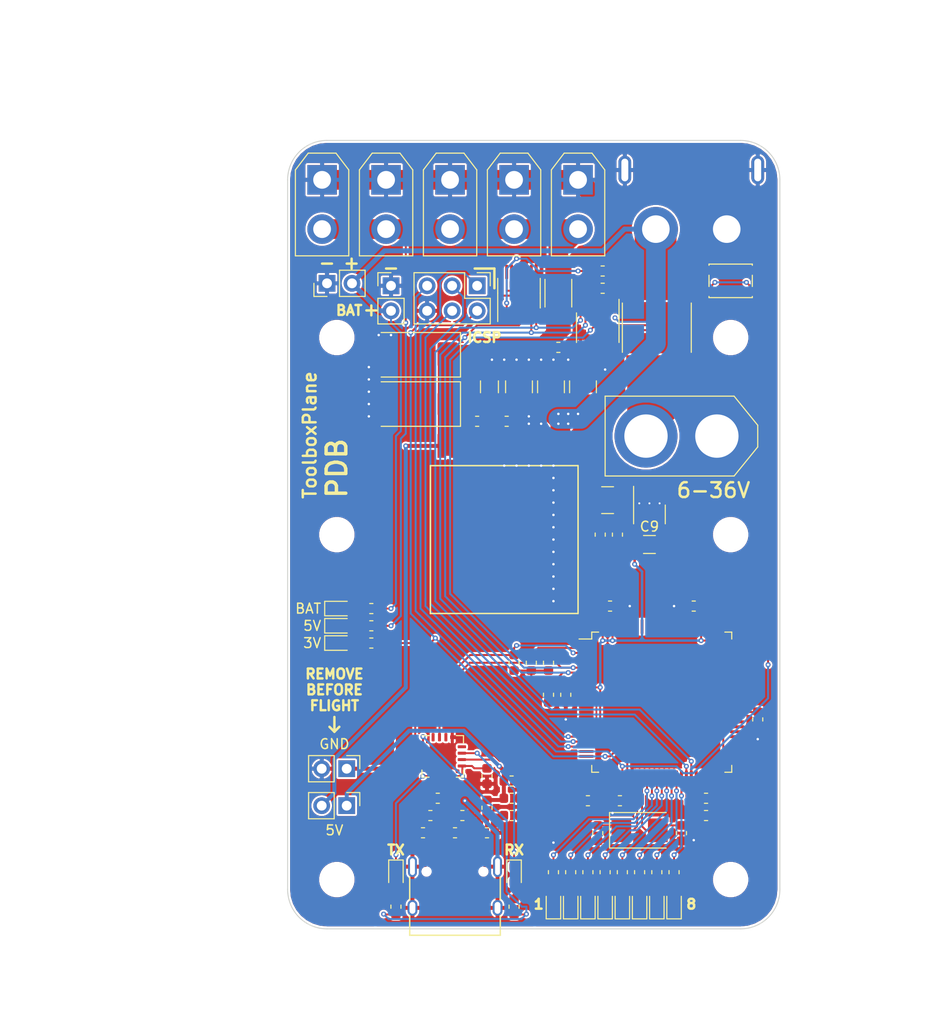
<source format=kicad_pcb>
(kicad_pcb (version 20171130) (host pcbnew 5.1.0-060a0da~80~ubuntu18.04.1)
  (layers (0 F.Cu signal) (31 B.Cu signal) (34 B.Paste user) (35 F.Paste user) (36 B.SilkS user) (37 F.SilkS user) (38 B.Mask user) (39 F.Mask user) (44 Edge.Cuts user))
  (net 0 "")
  (net 1 GND)
  (net 2 +3V3)
  (net 3 /BAT/VBATIN)
  (net 4 "Net-(C2-Pad1)")
  (net 5 GNDS)
  (net 6 "Net-(D1-Pad2)")
  (net 7 "Net-(D2-Pad2)")
  (net 8 "Net-(D3-Pad2)")
  (net 9 "Net-(D4-Pad2)")
  (net 10 "Net-(D5-Pad2)")
  (net 11 "Net-(D6-Pad2)")
  (net 12 /ATMega/MISO)
  (net 13 /ATMega/SCK)
  (net 14 /ATMega/MOSI)
  (net 15 /ATMega/~RESET~)
  (net 16 "Net-(R6-Pad1)")
  (net 17 /SDA)
  (net 18 /SCL)
  (net 19 /~ALERT_VBAT~)
  (net 20 /~ALERT_+5V~)
  (net 21 +5V)
  (net 22 /TX)
  (net 23 /RX)
  (net 24 "Net-(C1-Pad1)")
  (net 25 VBUS)
  (net 26 /FT230/5VOUT)
  (net 27 "Net-(D7-Pad2)")
  (net 28 "Net-(D8-Pad2)")
  (net 29 "Net-(D9-Pad2)")
  (net 30 "Net-(D10-Pad2)")
  (net 31 "Net-(R7-Pad1)")
  (net 32 "Net-(R8-Pad1)")
  (net 33 "Net-(R9-Pad1)")
  (net 34 "Net-(R10-Pad1)")
  (net 35 "Net-(R24-Pad1)")
  (net 36 "Net-(R25-Pad1)")
  (net 37 +BATT)
  (net 38 "Net-(J11-PadA5)")
  (net 39 "Net-(J11-PadB5)")
  (net 40 "Net-(D11-Pad2)")
  (net 41 "Net-(D12-Pad2)")
  (net 42 "Net-(D13-Pad2)")
  (net 43 /5V/5VIN)
  (net 44 "Net-(C11-Pad1)")
  (net 45 "Net-(C12-Pad1)")
  (net 46 "Net-(C16-Pad1)")
  (net 47 "Net-(D12-Pad1)")
  (net 48 "Net-(D13-Pad1)")
  (net 49 "Net-(R11-Pad1)")
  (net 50 "Net-(R12-Pad1)")
  (net 51 "Net-(R13-Pad1)")
  (net 52 "Net-(R19-Pad2)")
  (net 53 "Net-(R28-Pad2)")
  (module Capacitor_SMD:C_1206_3216Metric (layer F.Cu) (at -13.25 41)
    (fp_text reference C9 (at 0 -1.82) (layer F.SilkS))
    (fp_text value 22µF)
    (pad 2 smd roundrect (at 1.4 0) (size 1.25 1.75) (layers F.Cu F.Paste F.Mask) (roundrect_rratio 0.2) (net 1 GND))
    (pad 1 smd roundrect (at -1.4 0) (size 1.25 1.75) (layers F.Cu F.Paste F.Mask) (roundrect_rratio 0.2) (net 2 +3V3))
  )
  (module Connector_AMASS:AMASS_XT30UPB-F_1x02_P5.0mm_Vertical (layer F.Cu) (at -20.5 4 270)
    (fp_text reference J5 hide)
    (fp_text value Conn_01x02)
    (pad 2 thru_hole circle (at 5 0 270) (size 3 3) (drill 1.8) (layers *.Cu *.Mask) (net 21 +5V))
    (pad 1 thru_hole rect (at 0 0 270) (size 3 3) (drill 1.8) (layers *.Cu *.Mask) (net 1 GND))
  )
  (module Connector_AMASS:AMASS_XT30UPB-F_1x02_P5.0mm_Vertical (layer F.Cu) (at -27 4 270)
    (fp_text reference J4 hide)
    (fp_text value Conn_01x02)
    (pad 2 thru_hole circle (at 5 0 270) (size 3 3) (drill 1.8) (layers *.Cu *.Mask) (net 21 +5V))
    (pad 1 thru_hole rect (at 0 0 270) (size 3 3) (drill 1.8) (layers *.Cu *.Mask) (net 1 GND))
  )
  (module Connector_AMASS:AMASS_XT30UPB-F_1x02_P5.0mm_Vertical (layer F.Cu) (at -33.5 4 270)
    (fp_text reference J3 hide)
    (fp_text value Conn_01x02)
    (pad 2 thru_hole circle (at 5 0 270) (size 3 3) (drill 1.8) (layers *.Cu *.Mask) (net 21 +5V))
    (pad 1 thru_hole rect (at 0 0 270) (size 3 3) (drill 1.8) (layers *.Cu *.Mask) (net 1 GND))
  )
  (module Connector_AMASS:AMASS_XT30UPB-F_1x02_P5.0mm_Vertical (layer F.Cu) (at -40 4 270)
    (fp_text reference J2 hide)
    (fp_text value Conn_01x02)
    (pad 2 thru_hole circle (at 5 0 270) (size 3 3) (drill 1.8) (layers *.Cu *.Mask) (net 21 +5V))
    (pad 1 thru_hole rect (at 0 0 270) (size 3 3) (drill 1.8) (layers *.Cu *.Mask) (net 1 GND))
  )
  (module Connector_AMASS:AMASS_XT30UPB-F_1x02_P5.0mm_Vertical (layer F.Cu) (at -46.5 4 270)
    (fp_text reference J1 hide)
    (fp_text value Conn_01x02)
    (pad 2 thru_hole circle (at 5 0 270) (size 3 3) (drill 1.8) (layers *.Cu *.Mask) (net 21 +5V))
    (pad 1 thru_hole rect (at 0 0 270) (size 3 3) (drill 1.8) (layers *.Cu *.Mask) (net 1 GND))
  )
  (module Connector_PinHeader_2.54mm:PinHeader_1x02_P2.54mm_Vertical (layer F.Cu) (at -44 63.75 270)
    (fp_text reference JP2 hide)
    (fp_text value Jumper)
    (pad 2 thru_hole oval (at 0 2.54 270) (size 1.7 1.7) (drill 1) (layers *.Cu *.Mask) (net 1 GND))
    (pad 1 thru_hole rect (at 0 0 270) (size 1.7 1.7) (drill 1) (layers *.Cu *.Mask) (net 5 GNDS))
  )
  (module Connector_PinHeader_2.54mm:PinHeader_1x02_P2.54mm_Vertical (layer F.Cu) (at -44 67.5 270)
    (fp_text reference JP1 hide)
    (fp_text value Jumper)
    (pad 2 thru_hole oval (at 0 2.54 270) (size 1.7 1.7) (drill 1) (layers *.Cu *.Mask) (net 43 /5V/5VIN))
    (pad 1 thru_hole rect (at 0 0 270) (size 1.7 1.7) (drill 1) (layers *.Cu *.Mask) (net 26 /FT230/5VOUT))
  )
  (module Resistor_SMD:R_0603_1608Metric (layer F.Cu) (at -41.5 51 180)
    (fp_text reference R5 hide)
    (fp_text value 270)
    (pad 2 smd roundrect (at 0.7875 0 180) (size 0.875 0.95) (layers F.Cu F.Paste F.Mask) (net 8 "Net-(D3-Pad2)"))
    (pad 1 smd roundrect (at -0.7875 0 180) (size 0.875 0.95) (layers F.Cu F.Paste F.Mask) (net 2 +3V3))
  )
  (module Resistor_SMD:R_0603_1608Metric (layer F.Cu) (at -41.5 49.25 180)
    (fp_text reference R4 hide)
    (fp_text value 470)
    (pad 2 smd roundrect (at 0.7875 0 180) (size 0.875 0.95) (layers F.Cu F.Paste F.Mask) (net 7 "Net-(D2-Pad2)"))
    (pad 1 smd roundrect (at -0.7875 0 180) (size 0.875 0.95) (layers F.Cu F.Paste F.Mask) (net 21 +5V))
  )
  (module Resistor_SMD:R_0603_1608Metric (layer F.Cu) (at -41.5 47.5 180)
    (fp_text reference R1 hide)
    (fp_text value 470)
    (pad 2 smd roundrect (at 0.7875 0 180) (size 0.875 0.95) (layers F.Cu F.Paste F.Mask) (net 6 "Net-(D1-Pad2)"))
    (pad 1 smd roundrect (at -0.7875 0 180) (size 0.875 0.95) (layers F.Cu F.Paste F.Mask) (net 37 +BATT))
  )
  (module LED_SMD:LED_0603_1608Metric (layer F.Cu) (at -44.75 51)
    (fp_text reference D3 hide)
    (fp_text value LED)
    (pad 2 smd roundrect (at 0.7875 0) (size 0.875 0.95) (layers F.Cu F.Paste F.Mask) (net 8 "Net-(D3-Pad2)"))
    (pad 1 smd roundrect (at -0.7875 0) (size 0.875 0.95) (layers F.Cu F.Paste F.Mask) (net 1 GND))
  )
  (module LED_SMD:LED_0603_1608Metric (layer F.Cu) (at -44.75 49.25)
    (fp_text reference D2 hide)
    (fp_text value LED)
    (pad 2 smd roundrect (at 0.7875 0) (size 0.875 0.95) (layers F.Cu F.Paste F.Mask) (net 7 "Net-(D2-Pad2)"))
    (pad 1 smd roundrect (at -0.7875 0) (size 0.875 0.95) (layers F.Cu F.Paste F.Mask) (net 1 GND))
  )
  (module LED_SMD:LED_0603_1608Metric (layer F.Cu) (at -44.75 47.5)
    (fp_text reference D1 hide)
    (fp_text value LED)
    (pad 2 smd roundrect (at 0.7875 0) (size 0.875 0.95) (layers F.Cu F.Paste F.Mask) (net 6 "Net-(D1-Pad2)"))
    (pad 1 smd roundrect (at -0.7875 0) (size 0.875 0.95) (layers F.Cu F.Paste F.Mask) (net 1 GND))
  )
  (module GT-USB-7010:USB_C_Receptacle_GT-USB-7010 (layer F.Cu) (at -33 76)
    (fp_text reference J11 hide)
    (fp_text value USB_C_Receptacle_USB2.0)
    (pad A12 smd rect (at 3.35 -3.15) (size 0.3 1.75) (layers F.Cu F.Paste F.Mask) (net 5 GNDS))
    (pad B1 smd rect (at 3.05 -3.15) (size 0.3 1.75) (layers F.Cu F.Paste F.Mask) (net 5 GNDS))
    (pad B4 smd rect (at 2.25 -3.15) (size 0.3 1.75) (layers F.Cu F.Paste F.Mask) (net 25 VBUS))
    (pad A9 smd rect (at 2.55 -3.15) (size 0.3 1.75) (layers F.Cu F.Paste F.Mask) (net 25 VBUS))
    (pad B9 smd rect (at -2.25 -3.15) (size 0.3 1.75) (layers F.Cu F.Paste F.Mask) (net 25 VBUS))
    (pad A4 smd rect (at -2.55 -3.15) (size 0.3 1.75) (layers F.Cu F.Paste F.Mask) (net 25 VBUS))
    (pad B12 smd rect (at -3.05 -3.15) (size 0.3 1.75) (layers F.Cu F.Paste F.Mask) (net 5 GNDS))
    (pad A1 smd rect (at -3.35 -3.15) (size 0.3 1.75) (layers F.Cu F.Paste F.Mask) (net 5 GNDS))
    (pad A6 smd rect (at -0.25 -3.15) (size 0.3 1.75) (layers F.Cu F.Paste F.Mask) (net 45 "Net-(C12-Pad1)"))
    (pad A5 smd rect (at -1.25 -3.15) (size 0.3 1.75) (layers F.Cu F.Paste F.Mask) (net 38 "Net-(J11-PadA5)"))
    (pad B8 smd rect (at -1.75 -3.15) (size 0.3 1.75) (layers F.Cu F.Paste F.Mask))
    (pad B7 smd rect (at -0.75 -3.15) (size 0.3 1.75) (layers F.Cu F.Paste F.Mask) (net 44 "Net-(C11-Pad1)"))
    (pad B5 smd rect (at 1.75 -3.15) (size 0.3 1.75) (layers F.Cu F.Paste F.Mask) (net 39 "Net-(J11-PadB5)"))
    (pad A8 smd rect (at 1.25 -3.15) (size 0.3 1.75) (layers F.Cu F.Paste F.Mask))
    (pad B6 smd rect (at 0.75 -3.15) (size 0.3 1.75) (layers F.Cu F.Paste F.Mask) (net 45 "Net-(C12-Pad1)"))
    (pad A7 smd rect (at 0.25 -3.15) (size 0.3 1.75) (layers F.Cu F.Paste F.Mask) (net 44 "Net-(C11-Pad1)"))
    (pad "" np_thru_hole circle (at 2.89 -1.81) (size 0.65 0.65) (drill 0.65) (layers *.Cu *.Mask))
    (pad "" np_thru_hole circle (at -2.89 -1.81) (size 0.65 0.65) (drill 0.65) (layers *.Cu *.Mask))
    (pad S1 thru_hole oval (at 4.32 -2.31) (size 0.9 2.1) (drill oval 0.5 1.7) (layers *.Cu *.Mask) (net 5 GNDS))
    (pad S1 thru_hole oval (at -4.32 -2.31) (size 0.9 2.1) (drill oval 0.5 1.7) (layers *.Cu *.Mask) (net 5 GNDS))
    (pad S1 thru_hole oval (at 4.32 1.87) (size 1 1.6) (drill oval 0.6 1.2) (layers *.Cu *.Mask) (net 5 GNDS))
    (pad S1 thru_hole oval (at -4.32 1.87) (size 1 1.6) (drill oval 0.6 1.2) (layers *.Cu *.Mask) (net 5 GNDS))
  )
  (module Resistor_SMD:R_0603_1608Metric (layer F.Cu) (at -25.25 53 90)
    (fp_text reference R2 hide)
    (fp_text value 10k)
    (pad 2 smd roundrect (at 0.7875 0 90) (size 0.875 0.95) (layers F.Cu F.Paste F.Mask) (net 23 /RX))
    (pad 1 smd roundrect (at -0.7875 0 90) (size 0.875 0.95) (layers F.Cu F.Paste F.Mask) (net 2 +3V3))
  )
  (module MountingHole:MountingHole_3.2mm_M3 (layer F.Cu) (at -45 40)
    (fp_text reference H6 hide)
    (fp_text value MountingHole)
    (pad 1 np_thru_hole circle (at 0 0) (size 3.2 3.2) (drill 3.2) (layers *.Cu *.Mask))
  )
  (module MountingHole:MountingHole_3.2mm_M3 (layer F.Cu) (at -45 20)
    (fp_text reference H5 hide)
    (fp_text value MountingHole)
    (pad 1 np_thru_hole circle (at 0 0) (size 3.2 3.2) (drill 3.2) (layers *.Cu *.Mask))
  )
  (module MountingHole:MountingHole_3.2mm_M3 (layer F.Cu) (at -5 20)
    (fp_text reference H4 hide)
    (fp_text value MountingHole)
    (pad 1 np_thru_hole circle (at 0 0) (size 3.2 3.2) (drill 3.2) (layers *.Cu *.Mask))
  )
  (module MountingHole:MountingHole_3.2mm_M3 (layer F.Cu) (at -5 40)
    (fp_text reference H3 hide)
    (fp_text value MountingHole)
    (pad 1 np_thru_hole circle (at 0 0) (size 3.2 3.2) (drill 3.2) (layers *.Cu *.Mask))
  )
  (module MountingHole:MountingHole_3.2mm_M3 (layer F.Cu) (at -5 75)
    (fp_text reference H2 hide)
    (fp_text value MountingHole)
    (pad 1 np_thru_hole circle (at 0 0) (size 3.2 3.2) (drill 3.2) (layers *.Cu *.Mask))
  )
  (module MountingHole:MountingHole_3.2mm_M3 (layer F.Cu) (at -45 75)
    (fp_text reference H1 hide)
    (fp_text value MountingHole)
    (pad 1 np_thru_hole circle (at 0 0) (size 3.2 3.2) (drill 3.2) (layers *.Cu *.Mask))
  )
  (module Resistor_SMD:R_0603_1608Metric (layer F.Cu) (at -36.25 70.25)
    (fp_text reference R22 hide)
    (fp_text value 5.1k)
    (pad 2 smd roundrect (at 0.7875 0) (size 0.875 0.95) (layers F.Cu F.Paste F.Mask) (net 38 "Net-(J11-PadA5)"))
    (pad 1 smd roundrect (at -0.7875 0) (size 0.875 0.95) (layers F.Cu F.Paste F.Mask) (net 5 GNDS))
  )
  (module Resistor_SMD:R_0603_1608Metric (layer F.Cu) (at -29.75 70.25 180)
    (fp_text reference R23 hide)
    (fp_text value 5.1k)
    (pad 2 smd roundrect (at 0.7875 0 180) (size 0.875 0.95) (layers F.Cu F.Paste F.Mask) (net 39 "Net-(J11-PadB5)"))
    (pad 1 smd roundrect (at -0.7875 0 180) (size 0.875 0.95) (layers F.Cu F.Paste F.Mask) (net 5 GNDS))
  )
  (module Connector_PinHeader_2.54mm:PinHeader_1x02_P2.54mm_Vertical (layer F.Cu) (at -39.5 14.75)
    (fp_text reference J7 hide)
    (fp_text value Conn_01x02)
    (pad 2 thru_hole oval (at 0 2.54) (size 1.7 1.7) (drill 1) (layers *.Cu *.Mask) (net 37 +BATT))
    (pad 1 thru_hole rect (at 0 0) (size 1.7 1.7) (drill 1) (layers *.Cu *.Mask) (net 1 GND))
  )
  (module Connector_PinHeader_2.54mm:PinHeader_1x02_P2.54mm_Vertical (layer F.Cu) (at -46 14.5 90)
    (fp_text reference J6 hide)
    (fp_text value Conn_01x02)
    (pad 2 thru_hole oval (at 0 2.54 90) (size 1.7 1.7) (drill 1) (layers *.Cu *.Mask) (net 37 +BATT))
    (pad 1 thru_hole rect (at 0 0 90) (size 1.7 1.7) (drill 1) (layers *.Cu *.Mask) (net 1 GND))
  )
  (module Resistor_SMD:R_0603_1608Metric (layer F.Cu) (at -10.75 74.25 270)
    (fp_text reference R13 hide)
    (fp_text value 5.6)
    (pad 2 smd roundrect (at 0.7875 0 270) (size 0.875 0.95) (layers F.Cu F.Paste F.Mask) (net 40 "Net-(D11-Pad2)"))
    (pad 1 smd roundrect (at -0.7875 0 270) (size 0.875 0.95) (layers F.Cu F.Paste F.Mask) (net 51 "Net-(R13-Pad1)"))
  )
  (module Resistor_SMD:R_0603_1608Metric (layer F.Cu) (at -12.5 74.25 270)
    (fp_text reference R12 hide)
    (fp_text value 5.6)
    (pad 2 smd roundrect (at 0.7875 0 270) (size 0.875 0.95) (layers F.Cu F.Paste F.Mask) (net 30 "Net-(D10-Pad2)"))
    (pad 1 smd roundrect (at -0.7875 0 270) (size 0.875 0.95) (layers F.Cu F.Paste F.Mask) (net 50 "Net-(R12-Pad1)"))
  )
  (module Resistor_SMD:R_0603_1608Metric (layer F.Cu) (at -14.25 74.25 270)
    (fp_text reference R11 hide)
    (fp_text value 5.6)
    (pad 2 smd roundrect (at 0.7875 0 270) (size 0.875 0.95) (layers F.Cu F.Paste F.Mask) (net 29 "Net-(D9-Pad2)"))
    (pad 1 smd roundrect (at -0.7875 0 270) (size 0.875 0.95) (layers F.Cu F.Paste F.Mask) (net 49 "Net-(R11-Pad1)"))
  )
  (module Resistor_SMD:R_0603_1608Metric (layer F.Cu) (at -16 74.25 270)
    (fp_text reference R10 hide)
    (fp_text value 5.6)
    (pad 2 smd roundrect (at 0.7875 0 270) (size 0.875 0.95) (layers F.Cu F.Paste F.Mask) (net 28 "Net-(D8-Pad2)"))
    (pad 1 smd roundrect (at -0.7875 0 270) (size 0.875 0.95) (layers F.Cu F.Paste F.Mask) (net 34 "Net-(R10-Pad1)"))
  )
  (module LED_SMD:LED_0603_1608Metric (layer F.Cu) (at -10.75 77.5 90)
    (fp_text reference D11 hide)
    (fp_text value " ")
    (pad 2 smd roundrect (at 0.7875 0 90) (size 0.875 0.95) (layers F.Cu F.Paste F.Mask) (net 40 "Net-(D11-Pad2)"))
    (pad 1 smd roundrect (at -0.7875 0 90) (size 0.875 0.95) (layers F.Cu F.Paste F.Mask) (net 1 GND))
  )
  (module LED_SMD:LED_0603_1608Metric (layer F.Cu) (at -12.5 77.5 90)
    (fp_text reference D10 hide)
    (fp_text value " ")
    (pad 2 smd roundrect (at 0.7875 0 90) (size 0.875 0.95) (layers F.Cu F.Paste F.Mask) (net 30 "Net-(D10-Pad2)"))
    (pad 1 smd roundrect (at -0.7875 0 90) (size 0.875 0.95) (layers F.Cu F.Paste F.Mask) (net 1 GND))
  )
  (module LED_SMD:LED_0603_1608Metric (layer F.Cu) (at -14.25 77.5 90)
    (fp_text reference D9 hide)
    (fp_text value " ")
    (pad 2 smd roundrect (at 0.7875 0 90) (size 0.875 0.95) (layers F.Cu F.Paste F.Mask) (net 29 "Net-(D9-Pad2)"))
    (pad 1 smd roundrect (at -0.7875 0 90) (size 0.875 0.95) (layers F.Cu F.Paste F.Mask) (net 1 GND))
  )
  (module LED_SMD:LED_0603_1608Metric (layer F.Cu) (at -16 77.5 90)
    (fp_text reference D8 hide)
    (fp_text value " ")
    (pad 2 smd roundrect (at 0.7875 0 90) (size 0.875 0.95) (layers F.Cu F.Paste F.Mask) (net 28 "Net-(D8-Pad2)"))
    (pad 1 smd roundrect (at -0.7875 0 90) (size 0.875 0.95) (layers F.Cu F.Paste F.Mask) (net 1 GND))
  )
  (module Capacitor_SMD:C_0603_1608Metric (layer F.Cu) (at -29.75 67.7125 270)
    (fp_text reference FB1 hide)
    (fp_text value "600 Ohms @ 100MHz")
    (pad 2 smd roundrect (at 0.7875 0 270) (size 0.875 0.95) (layers F.Cu F.Paste F.Mask) (net 25 VBUS))
    (pad 1 smd roundrect (at -0.7875 0 270) (size 0.875 0.95) (layers F.Cu F.Paste F.Mask) (net 26 /FT230/5VOUT))
  )
  (module Capacitor_SMD:C_0603_1608Metric (layer F.Cu) (at -29.75 64.5 270)
    (fp_text reference C16 hide)
    (fp_text value 100nF)
    (pad 2 smd roundrect (at 0.7875 0 270) (size 0.875 0.95) (layers F.Cu F.Paste F.Mask) (net 5 GNDS))
    (pad 1 smd roundrect (at -0.7875 0 270) (size 0.875 0.95) (layers F.Cu F.Paste F.Mask) (net 46 "Net-(C16-Pad1)"))
  )
  (module Capacitor_SMD:C_0603_1608Metric (layer F.Cu) (at -27.25 66.75)
    (fp_text reference C15 hide)
    (fp_text value 4.7µF)
    (pad 2 smd roundrect (at 0.7875 0) (size 0.875 0.95) (layers F.Cu F.Paste F.Mask) (net 5 GNDS))
    (pad 1 smd roundrect (at -0.7875 0) (size 0.875 0.95) (layers F.Cu F.Paste F.Mask) (net 26 /FT230/5VOUT))
  )
  (module Capacitor_SMD:C_0603_1608Metric (layer F.Cu) (at -27.25 65)
    (fp_text reference C14 hide)
    (fp_text value 100nF)
    (pad 2 smd roundrect (at 0.7875 0) (size 0.875 0.95) (layers F.Cu F.Paste F.Mask) (net 5 GNDS))
    (pad 1 smd roundrect (at -0.7875 0) (size 0.875 0.95) (layers F.Cu F.Paste F.Mask) (net 26 /FT230/5VOUT))
  )
  (module Capacitor_SMD:C_0603_1608Metric (layer F.Cu) (at -27.25 68.5)
    (fp_text reference C13 hide)
    (fp_text value 10nF)
    (pad 2 smd roundrect (at 0.7875 0) (size 0.875 0.95) (layers F.Cu F.Paste F.Mask) (net 5 GNDS))
    (pad 1 smd roundrect (at -0.7875 0) (size 0.875 0.95) (layers F.Cu F.Paste F.Mask) (net 25 VBUS))
  )
  (module Package_LGA:Texas_SIL0010A_MicroSiP-10-1EP_3.8x3mm_P0.6mm_EP0.7x2.9mm_ThermalVias (layer F.Cu) (at -13.25 37 270)
    (fp_text reference U2 hide)
    (fp_text value LMZM23600)
    (pad 11 smd roundrect (at -0.175 0 270) (size 0.7 2.9) (layers F.Cu F.Mask) (net 1 GND))
    (pad 11 thru_hole circle (at -0.175 -1.03 270) (size 0.5 0.5) (drill 0.2) (layers *.Cu) (net 1 GND))
    (pad 11 thru_hole circle (at -0.175 0 270) (size 0.5 0.5) (drill 0.2) (layers *.Cu) (net 1 GND))
    (pad 11 thru_hole circle (at -0.175 1.03 270) (size 0.5 0.5) (drill 0.2) (layers *.Cu) (net 1 GND))
    (pad 11 smd roundrect (at -0.175 0 270) (size 0.5 2.56) (layers B.Cu) (net 1 GND))
    (pad 1 smd roundrect (at -1.525 -1.2 270) (size 0.8 0.45) (layers F.Cu F.Paste F.Mask) (net 1 GND))
    (pad 2 smd roundrect (at -1.525 -0.6 270) (size 0.8 0.45) (layers F.Cu F.Paste F.Mask) (net 1 GND))
    (pad 3 smd roundrect (at -1.525 0 270) (size 0.8 0.45) (layers F.Cu F.Paste F.Mask) (net 37 +BATT))
    (pad 4 smd roundrect (at -1.525 0.6 270) (size 0.8 0.45) (layers F.Cu F.Paste F.Mask) (net 37 +BATT))
    (pad 5 smd roundrect (at -1.525 1.2 270) (size 0.8 0.45) (layers F.Cu F.Paste F.Mask))
    (pad 6 smd roundrect (at 1.525 1.2 270) (size 0.8 0.45) (layers F.Cu F.Paste F.Mask) (net 2 +3V3))
    (pad 7 smd roundrect (at 1.525 0.6 270) (size 0.8 0.45) (layers F.Cu F.Paste F.Mask) (net 52 "Net-(R19-Pad2)"))
    (pad 8 smd roundrect (at 1.525 0 270) (size 0.8 0.45) (layers F.Cu F.Paste F.Mask))
    (pad 9 smd roundrect (at 1.525 -0.6 270) (size 0.8 0.45) (layers F.Cu F.Paste F.Mask))
    (pad 10 smd roundrect (at 1.525 -1.2 270) (size 0.8 0.45) (layers F.Cu F.Paste F.Mask))
  )
  (module Button_Switch_SMD:SW_SPST_PTS810 (layer F.Cu) (at -5 14.25)
    (fp_text reference SW1 hide)
    (fp_text value SW_Push)
    (pad 2 smd rect (at 2.075 1.075) (size 1.05 0.65) (layers F.Cu F.Paste F.Mask) (net 15 /ATMega/~RESET~))
    (pad 2 smd rect (at -2.075 1.075) (size 1.05 0.65) (layers F.Cu F.Paste F.Mask) (net 15 /ATMega/~RESET~))
    (pad 1 smd rect (at 2.075 -1.075) (size 1.05 0.65) (layers F.Cu F.Paste F.Mask) (net 1 GND))
    (pad 1 smd rect (at -2.075 -1.075) (size 1.05 0.65) (layers F.Cu F.Paste F.Mask) (net 1 GND))
  )
  (module XT60:XT60PB-M (layer F.Cu) (at -10 30 180)
    (fp_text reference J8 hide)
    (fp_text value Conn_01x02)
    (pad 2 thru_hole circle (at 3.6 0 270) (size 6.4 6.4) (drill 4.4) (layers *.Cu *.Mask) (net 3 /BAT/VBATIN))
    (pad 1 thru_hole circle (at -3.6 0 180) (size 6.4 6.4) (drill 4.4) (layers *.Cu *.Mask) (net 1 GND))
  )
  (module XT60:XT60PW-F (layer F.Cu) (at -9 3)
    (fp_text reference J10 hide)
    (fp_text value Conn_01x02_MountingPin)
    (pad 2 thru_hole circle (at -3.6 6) (size 4.5 4.5) (drill 2.8) (layers *.Cu *.Mask) (net 37 +BATT))
    (pad 1 thru_hole circle (at 3.6 6 90) (size 4.5 4.5) (drill 2.8) (layers *.Cu *.Mask) (net 1 GND))
    (pad MP thru_hole oval (at -6.75 0 90) (size 2.9 1.3) (drill oval 2.3 0.7) (layers *.Cu *.Mask) (net 1 GND))
    (pad MP thru_hole oval (at 6.75 0 90) (size 2.9 1.3) (drill oval 2.3 0.7) (layers *.Cu *.Mask) (net 1 GND))
  )
  (module Resistor_SMD:R_2010_5025Metric (layer F.Cu) (at -22.5 15.5 270)
    (fp_text reference R30 hide)
    (fp_text value 8m)
    (pad 2 smd roundrect (at 2.25 0 270) (size 1.35 2.65) (layers F.Cu F.Paste F.Mask) (roundrect_rratio 0.185185) (net 43 /5V/5VIN))
    (pad 1 smd roundrect (at -2.25 0 270) (size 1.35 2.65) (layers F.Cu F.Paste F.Mask) (roundrect_rratio 0.185185) (net 21 +5V))
  )
  (module Capacitor_SMD:C_0603_1608Metric (layer F.Cu) (at -10 70.2875 270)
    (fp_text reference C1 hide)
    (fp_text value 8pF)
    (pad 2 smd roundrect (at 0.7875 0 270) (size 0.875 0.95) (layers F.Cu F.Paste F.Mask) (net 1 GND))
    (pad 1 smd roundrect (at -0.7875 0 270) (size 0.875 0.95) (layers F.Cu F.Paste F.Mask) (net 24 "Net-(C1-Pad1)"))
  )
  (module Capacitor_SMD:C_0603_1608Metric (layer F.Cu) (at -18.5 70.2875 270)
    (fp_text reference C2 hide)
    (fp_text value 8pF)
    (pad 2 smd roundrect (at 0.7875 0 270) (size 0.875 0.95) (layers F.Cu F.Paste F.Mask) (net 1 GND))
    (pad 1 smd roundrect (at -0.7875 0 270) (size 0.875 0.95) (layers F.Cu F.Paste F.Mask) (net 4 "Net-(C2-Pad1)"))
  )
  (module Capacitor_SMD:C_0603_1608Metric (layer F.Cu) (at -21.75 56.25 90)
    (fp_text reference C3 hide)
    (fp_text value 100nF)
    (pad 2 smd roundrect (at 0.7875 0 90) (size 0.875 0.95) (layers F.Cu F.Paste F.Mask) (net 2 +3V3))
    (pad 1 smd roundrect (at -0.7875 0 90) (size 0.875 0.95) (layers F.Cu F.Paste F.Mask) (net 1 GND))
  )
  (module Capacitor_SMD:C_0603_1608Metric (layer F.Cu) (at -17.25 47.25 180)
    (fp_text reference C4 hide)
    (fp_text value 100nF)
    (pad 2 smd roundrect (at 0.7875 0 180) (size 0.875 0.95) (layers F.Cu F.Paste F.Mask) (net 2 +3V3))
    (pad 1 smd roundrect (at -0.7875 0 180) (size 0.875 0.95) (layers F.Cu F.Paste F.Mask) (net 1 GND))
  )
  (module Capacitor_SMD:C_0603_1608Metric (layer F.Cu) (at -2.25 58.75 90)
    (fp_text reference C5 hide)
    (fp_text value 100nF)
    (pad 2 smd roundrect (at 0.7875 0 90) (size 0.875 0.95) (layers F.Cu F.Paste F.Mask) (net 2 +3V3))
    (pad 1 smd roundrect (at -0.7875 0 90) (size 0.875 0.95) (layers F.Cu F.Paste F.Mask) (net 1 GND))
  )
  (module Capacitor_SMD:C_0603_1608Metric (layer F.Cu) (at -8.75 47.25)
    (fp_text reference C6 hide)
    (fp_text value 100nF)
    (pad 2 smd roundrect (at 0.7875 0) (size 0.875 0.95) (layers F.Cu F.Paste F.Mask) (net 2 +3V3))
    (pad 1 smd roundrect (at -0.7875 0) (size 0.875 0.95) (layers F.Cu F.Paste F.Mask) (net 1 GND))
  )
  (module Capacitor_SMD:C_0603_1608Metric (layer F.Cu) (at -16.25 67)
    (fp_text reference C7 hide)
    (fp_text value 100nF)
    (pad 2 smd roundrect (at 0.7875 0) (size 0.875 0.95) (layers F.Cu F.Paste F.Mask) (net 2 +3V3))
    (pad 1 smd roundrect (at -0.7875 0) (size 0.875 0.95) (layers F.Cu F.Paste F.Mask) (net 1 GND))
  )
  (module Capacitor_SMD:C_1210_3225Metric (layer F.Cu) (at -17.5 36.5 180)
    (fp_text reference C8 hide)
    (fp_text value 10µF)
    (pad 2 smd roundrect (at 1.4 0 180) (size 1.25 2.65) (layers F.Cu F.Paste F.Mask) (roundrect_rratio 0.2) (net 1 GND))
    (pad 1 smd roundrect (at -1.4 0 180) (size 1.25 2.65) (layers F.Cu F.Paste F.Mask) (roundrect_rratio 0.2) (net 37 +BATT))
  )
  (module Capacitor_SMD:C_1210_3225Metric (layer F.Cu) (at -23.25 25 90)
    (fp_text reference C17 hide)
    (fp_text value 10µ)
    (pad 2 smd roundrect (at 1.4 0 90) (size 1.25 2.65) (layers F.Cu F.Paste F.Mask) (roundrect_rratio 0.2) (net 1 GND))
    (pad 1 smd roundrect (at -1.4 0 90) (size 1.25 2.65) (layers F.Cu F.Paste F.Mask) (roundrect_rratio 0.2) (net 37 +BATT))
  )
  (module Capacitor_SMD:C_1210_3225Metric (layer F.Cu) (at -20 25 90)
    (fp_text reference C18 hide)
    (fp_text value 10µ)
    (pad 2 smd roundrect (at 1.4 0 90) (size 1.25 2.65) (layers F.Cu F.Paste F.Mask) (roundrect_rratio 0.2) (net 1 GND))
    (pad 1 smd roundrect (at -1.4 0 90) (size 1.25 2.65) (layers F.Cu F.Paste F.Mask) (roundrect_rratio 0.2) (net 37 +BATT))
  )
  (module Capacitor_SMD:C_1210_3225Metric (layer F.Cu) (at -26.5 25 90)
    (fp_text reference C19 hide)
    (fp_text value 10µ)
    (pad 2 smd roundrect (at 1.4 0 90) (size 1.25 2.65) (layers F.Cu F.Paste F.Mask) (roundrect_rratio 0.2) (net 1 GND))
    (pad 1 smd roundrect (at -1.4 0 90) (size 1.25 2.65) (layers F.Cu F.Paste F.Mask) (roundrect_rratio 0.2) (net 37 +BATT))
  )
  (module Capacitor_SMD:C_0603_1608Metric (layer F.Cu) (at -22.5 21)
    (fp_text reference C20 hide)
    (fp_text value 47n)
    (pad 2 smd roundrect (at 0.7875 0) (size 0.875 0.95) (layers F.Cu F.Paste F.Mask) (net 1 GND))
    (pad 1 smd roundrect (at -0.7875 0) (size 0.875 0.95) (layers F.Cu F.Paste F.Mask) (net 43 /5V/5VIN))
  )
  (module Capacitor_Tantalum_SMD:CP_EIA-7343-31_Kemet-D (layer F.Cu) (at -36.85 26.75 180)
    (fp_text reference C21 hide)
    (fp_text value 330µ)
    (pad 2 smd roundrect (at 3.1125 0 180) (size 2.075 2.55) (layers F.Cu F.Paste F.Mask) (roundrect_rratio 0.120482) (net 1 GND))
    (pad 1 smd roundrect (at -3.1125 0 180) (size 2.075 2.55) (layers F.Cu F.Paste F.Mask) (roundrect_rratio 0.120482) (net 43 /5V/5VIN))
  )
  (module Capacitor_Tantalum_SMD:CP_EIA-7343-31_Kemet-D (layer F.Cu) (at -36.85 21.75 180)
    (fp_text reference C22 hide)
    (fp_text value 330µ)
    (pad 2 smd roundrect (at 3.1125 0 180) (size 2.075 2.55) (layers F.Cu F.Paste F.Mask) (roundrect_rratio 0.120482) (net 1 GND))
    (pad 1 smd roundrect (at -3.1125 0 180) (size 2.075 2.55) (layers F.Cu F.Paste F.Mask) (roundrect_rratio 0.120482) (net 43 /5V/5VIN))
  )
  (module Capacitor_SMD:C_1206_3216Metric (layer F.Cu) (at -29.5 25 90)
    (fp_text reference C23 hide)
    (fp_text value 47µ)
    (pad 2 smd roundrect (at 1.4 0 90) (size 1.25 1.75) (layers F.Cu F.Paste F.Mask) (roundrect_rratio 0.2) (net 1 GND))
    (pad 1 smd roundrect (at -1.4 0 90) (size 1.25 1.75) (layers F.Cu F.Paste F.Mask) (roundrect_rratio 0.2) (net 43 /5V/5VIN))
  )
  (module Capacitor_SMD:C_0603_1608Metric (layer F.Cu) (at -18 13.25)
    (fp_text reference C24 hide)
    (fp_text value 100n)
    (pad 2 smd roundrect (at 0.7875 0) (size 0.875 0.95) (layers F.Cu F.Paste F.Mask) (net 1 GND))
    (pad 1 smd roundrect (at -0.7875 0) (size 0.875 0.95) (layers F.Cu F.Paste F.Mask) (net 21 +5V))
  )
  (module Capacitor_SMD:C_0603_1608Metric (layer F.Cu) (at -18 15 180)
    (fp_text reference C10 hide)
    (fp_text value 100n)
    (pad 2 smd roundrect (at 0.7875 0 180) (size 0.875 0.95) (layers F.Cu F.Paste F.Mask) (net 1 GND))
    (pad 1 smd roundrect (at -0.7875 0 180) (size 0.875 0.95) (layers F.Cu F.Paste F.Mask) (net 21 +5V))
  )
  (module Capacitor_SMD:C_0603_1608Metric (layer F.Cu) (at -33 70.25)
    (fp_text reference C11 hide)
    (fp_text value 47p)
    (pad 2 smd roundrect (at 0.7875 0) (size 0.875 0.95) (layers F.Cu F.Paste F.Mask) (net 5 GNDS))
    (pad 1 smd roundrect (at -0.7875 0) (size 0.875 0.95) (layers F.Cu F.Paste F.Mask) (net 44 "Net-(C11-Pad1)"))
  )
  (module Capacitor_SMD:C_0603_1608Metric (layer F.Cu) (at -32.25 68.5)
    (fp_text reference C12 hide)
    (fp_text value 47p)
    (pad 2 smd roundrect (at 0.7875 0) (size 0.875 0.95) (layers F.Cu F.Paste F.Mask) (net 5 GNDS))
    (pad 1 smd roundrect (at -0.7875 0) (size 0.875 0.95) (layers F.Cu F.Paste F.Mask) (net 45 "Net-(C12-Pad1)"))
  )
  (module LED_SMD:LED_0603_1608Metric (layer F.Cu) (at -23 77.5 90)
    (fp_text reference D4 hide)
    (fp_text value " ")
    (pad 2 smd roundrect (at 0.7875 0 90) (size 0.875 0.95) (layers F.Cu F.Paste F.Mask) (net 9 "Net-(D4-Pad2)"))
    (pad 1 smd roundrect (at -0.7875 0 90) (size 0.875 0.95) (layers F.Cu F.Paste F.Mask) (net 1 GND))
  )
  (module LED_SMD:LED_0603_1608Metric (layer F.Cu) (at -21.25 77.5 90)
    (fp_text reference D5 hide)
    (fp_text value " ")
    (pad 2 smd roundrect (at 0.7875 0 90) (size 0.875 0.95) (layers F.Cu F.Paste F.Mask) (net 10 "Net-(D5-Pad2)"))
    (pad 1 smd roundrect (at -0.7875 0 90) (size 0.875 0.95) (layers F.Cu F.Paste F.Mask) (net 1 GND))
  )
  (module LED_SMD:LED_0603_1608Metric (layer F.Cu) (at -19.5 77.5 90)
    (fp_text reference D6 hide)
    (fp_text value " ")
    (pad 2 smd roundrect (at 0.7875 0 90) (size 0.875 0.95) (layers F.Cu F.Paste F.Mask) (net 11 "Net-(D6-Pad2)"))
    (pad 1 smd roundrect (at -0.7875 0 90) (size 0.875 0.95) (layers F.Cu F.Paste F.Mask) (net 1 GND))
  )
  (module LED_SMD:LED_0603_1608Metric (layer F.Cu) (at -17.75 77.5 90)
    (fp_text reference D7 hide)
    (fp_text value " ")
    (pad 2 smd roundrect (at 0.7875 0 90) (size 0.875 0.95) (layers F.Cu F.Paste F.Mask) (net 27 "Net-(D7-Pad2)"))
    (pad 1 smd roundrect (at -0.7875 0 90) (size 0.875 0.95) (layers F.Cu F.Paste F.Mask) (net 1 GND))
  )
  (module LED_SMD:LED_0603_1608Metric (layer F.Cu) (at -27 74.5 270)
    (fp_text reference D12 hide)
    (fp_text value LED_Small)
    (pad 2 smd roundrect (at 0.7875 0 270) (size 0.875 0.95) (layers F.Cu F.Paste F.Mask) (net 41 "Net-(D12-Pad2)"))
    (pad 1 smd roundrect (at -0.7875 0 270) (size 0.875 0.95) (layers F.Cu F.Paste F.Mask) (net 47 "Net-(D12-Pad1)"))
  )
  (module LED_SMD:LED_0603_1608Metric (layer F.Cu) (at -39 74.5 270)
    (fp_text reference D13 hide)
    (fp_text value LED_Small)
    (pad 2 smd roundrect (at 0.7875 0 270) (size 0.875 0.95) (layers F.Cu F.Paste F.Mask) (net 42 "Net-(D13-Pad2)"))
    (pad 1 smd roundrect (at -0.7875 0 270) (size 0.875 0.95) (layers F.Cu F.Paste F.Mask) (net 48 "Net-(D13-Pad1)"))
  )
  (module Connector_PinHeader_2.54mm:PinHeader_2x03_P2.54mm_Vertical (layer F.Cu) (at -30.75 14.75 270)
    (fp_text reference J9 hide)
    (fp_text value Conn_02x03_Odd_Even)
    (pad 6 thru_hole oval (at 2.54 5.08 270) (size 1.7 1.7) (drill 1) (layers *.Cu *.Mask) (net 1 GND))
    (pad 5 thru_hole oval (at 0 5.08 270) (size 1.7 1.7) (drill 1) (layers *.Cu *.Mask) (net 15 /ATMega/~RESET~))
    (pad 4 thru_hole oval (at 2.54 2.54 270) (size 1.7 1.7) (drill 1) (layers *.Cu *.Mask) (net 14 /ATMega/MOSI))
    (pad 3 thru_hole oval (at 0 2.54 270) (size 1.7 1.7) (drill 1) (layers *.Cu *.Mask) (net 13 /ATMega/SCK))
    (pad 2 thru_hole oval (at 2.54 0 270) (size 1.7 1.7) (drill 1) (layers *.Cu *.Mask) (net 2 +3V3))
    (pad 1 thru_hole rect (at 0 0 270) (size 1.7 1.7) (drill 1) (layers *.Cu *.Mask) (net 12 /ATMega/MISO))
  )
  (module Resistor_SMD:R_0603_1608Metric (layer F.Cu) (at -27 53 90)
    (fp_text reference R3 hide)
    (fp_text value 10k)
    (pad 2 smd roundrect (at 0.7875 0 90) (size 0.875 0.95) (layers F.Cu F.Paste F.Mask) (net 22 /TX))
    (pad 1 smd roundrect (at -0.7875 0 90) (size 0.875 0.95) (layers F.Cu F.Paste F.Mask) (net 2 +3V3))
  )
  (module Resistor_SMD:R_0603_1608Metric (layer F.Cu) (at -23 74.25 270)
    (fp_text reference R6 hide)
    (fp_text value 5.6)
    (pad 2 smd roundrect (at 0.7875 0 270) (size 0.875 0.95) (layers F.Cu F.Paste F.Mask) (net 9 "Net-(D4-Pad2)"))
    (pad 1 smd roundrect (at -0.7875 0 270) (size 0.875 0.95) (layers F.Cu F.Paste F.Mask) (net 16 "Net-(R6-Pad1)"))
  )
  (module Resistor_SMD:R_0603_1608Metric (layer F.Cu) (at -21.25 74.25 270)
    (fp_text reference R7 hide)
    (fp_text value 5.6)
    (pad 2 smd roundrect (at 0.7875 0 270) (size 0.875 0.95) (layers F.Cu F.Paste F.Mask) (net 10 "Net-(D5-Pad2)"))
    (pad 1 smd roundrect (at -0.7875 0 270) (size 0.875 0.95) (layers F.Cu F.Paste F.Mask) (net 31 "Net-(R7-Pad1)"))
  )
  (module Resistor_SMD:R_0603_1608Metric (layer F.Cu) (at -19.5 74.25 270)
    (fp_text reference R8 hide)
    (fp_text value 5.6)
    (pad 2 smd roundrect (at 0.7875 0 270) (size 0.875 0.95) (layers F.Cu F.Paste F.Mask) (net 11 "Net-(D6-Pad2)"))
    (pad 1 smd roundrect (at -0.7875 0 270) (size 0.875 0.95) (layers F.Cu F.Paste F.Mask) (net 32 "Net-(R8-Pad1)"))
  )
  (module Resistor_SMD:R_0603_1608Metric (layer F.Cu) (at -17.75 74.25 270)
    (fp_text reference R9 hide)
    (fp_text value 5.6)
    (pad 2 smd roundrect (at 0.7875 0 270) (size 0.875 0.95) (layers F.Cu F.Paste F.Mask) (net 27 "Net-(D7-Pad2)"))
    (pad 1 smd roundrect (at -0.7875 0 270) (size 0.875 0.95) (layers F.Cu F.Paste F.Mask) (net 33 "Net-(R9-Pad1)"))
  )
  (module Resistor_SMD:R_0603_1608Metric (layer F.Cu) (at -19.5 67 180)
    (fp_text reference R14 hide)
    (fp_text value 10k)
    (pad 2 smd roundrect (at 0.7875 0 180) (size 0.875 0.95) (layers F.Cu F.Paste F.Mask) (net 15 /ATMega/~RESET~))
    (pad 1 smd roundrect (at -0.7875 0 180) (size 0.875 0.95) (layers F.Cu F.Paste F.Mask) (net 2 +3V3))
  )
  (module Resistor_SMD:R_0603_1608Metric (layer F.Cu) (at -7.5 66.75 180)
    (fp_text reference R15 hide)
    (fp_text value 10k)
    (pad 2 smd roundrect (at 0.7875 0 180) (size 0.875 0.95) (layers F.Cu F.Paste F.Mask) (net 17 /SDA))
    (pad 1 smd roundrect (at -0.7875 0 180) (size 0.875 0.95) (layers F.Cu F.Paste F.Mask) (net 2 +3V3))
  )
  (module Resistor_SMD:R_0603_1608Metric (layer F.Cu) (at -7.5 68.5 180)
    (fp_text reference R16 hide)
    (fp_text value 10k)
    (pad 2 smd roundrect (at 0.7875 0 180) (size 0.875 0.95) (layers F.Cu F.Paste F.Mask) (net 18 /SCL))
    (pad 1 smd roundrect (at -0.7875 0 180) (size 0.875 0.95) (layers F.Cu F.Paste F.Mask) (net 2 +3V3))
  )
  (module Resistor_SMD:R_0603_1608Metric (layer F.Cu) (at -23.5 53 90)
    (fp_text reference R17 hide)
    (fp_text value 10k)
    (pad 2 smd roundrect (at 0.7875 0 90) (size 0.875 0.95) (layers F.Cu F.Paste F.Mask) (net 19 /~ALERT_VBAT~))
    (pad 1 smd roundrect (at -0.7875 0 90) (size 0.875 0.95) (layers F.Cu F.Paste F.Mask) (net 2 +3V3))
  )
  (module Resistor_SMD:R_0603_1608Metric (layer F.Cu) (at -23.5 56.25 90)
    (fp_text reference R18 hide)
    (fp_text value 10k)
    (pad 2 smd roundrect (at 0.7875 0 90) (size 0.875 0.95) (layers F.Cu F.Paste F.Mask) (net 20 /~ALERT_+5V~))
    (pad 1 smd roundrect (at -0.7875 0 90) (size 0.875 0.95) (layers F.Cu F.Paste F.Mask) (net 2 +3V3))
  )
  (module Resistor_SMD:R_0603_1608Metric (layer F.Cu) (at -16.5 40 90)
    (fp_text reference R19 hide)
    (fp_text value 11.5k)
    (pad 2 smd roundrect (at 0.7875 0 90) (size 0.875 0.95) (layers F.Cu F.Paste F.Mask) (net 52 "Net-(R19-Pad2)"))
    (pad 1 smd roundrect (at -0.7875 0 90) (size 0.875 0.95) (layers F.Cu F.Paste F.Mask) (net 2 +3V3))
  )
  (module Resistor_SMD:R_0603_1608Metric (layer F.Cu) (at -18.25 40 90)
    (fp_text reference R20 hide)
    (fp_text value 4.99k)
    (pad 2 smd roundrect (at 0.7875 0 90) (size 0.875 0.95) (layers F.Cu F.Paste F.Mask) (net 52 "Net-(R19-Pad2)"))
    (pad 1 smd roundrect (at -0.7875 0 90) (size 0.875 0.95) (layers F.Cu F.Paste F.Mask) (net 1 GND))
  )
  (module Resistor_SMD:R_0603_1608Metric (layer F.Cu) (at -30.75 28.5)
    (fp_text reference R28 hide)
    (fp_text value 14.7k)
    (pad 2 smd roundrect (at 0.7875 0) (size 0.875 0.95) (layers F.Cu F.Paste F.Mask) (net 53 "Net-(R28-Pad2)"))
    (pad 1 smd roundrect (at -0.7875 0) (size 0.875 0.95) (layers F.Cu F.Paste F.Mask) (net 43 /5V/5VIN))
  )
  (module Resistor_SMD:R_0603_1608Metric (layer F.Cu) (at -27.75 28.5)
    (fp_text reference R29 hide)
    (fp_text value 2.8k)
    (pad 2 smd roundrect (at 0.7875 0) (size 0.875 0.95) (layers F.Cu F.Paste F.Mask) (net 1 GND))
    (pad 1 smd roundrect (at -0.7875 0) (size 0.875 0.95) (layers F.Cu F.Paste F.Mask) (net 53 "Net-(R28-Pad2)"))
  )
  (module ottojo_resistor:R_3920 (layer F.Cu) (at -12.5 19 270)
    (fp_text reference R21 hide)
    (fp_text value 2m)
    (pad 2 smd rect (at 4.15 0 270) (size 2.7 6.2) (layers F.Cu F.Paste F.Mask) (net 3 /BAT/VBATIN))
    (pad 1 smd rect (at -4.15 0 270) (size 2.7 6.2) (layers F.Cu F.Paste F.Mask) (net 37 +BATT))
  )
  (module Resistor_SMD:R_0603_1608Metric (layer F.Cu) (at -34.75 66.75 180)
    (fp_text reference R24 hide)
    (fp_text value 27)
    (pad 2 smd roundrect (at 0.7875 0 180) (size 0.875 0.95) (layers F.Cu F.Paste F.Mask) (net 44 "Net-(C11-Pad1)"))
    (pad 1 smd roundrect (at -0.7875 0 180) (size 0.875 0.95) (layers F.Cu F.Paste F.Mask) (net 35 "Net-(R24-Pad1)"))
  )
  (module Resistor_SMD:R_0603_1608Metric (layer F.Cu) (at -35.5 68.5)
    (fp_text reference R25 hide)
    (fp_text value 27)
    (pad 2 smd roundrect (at 0.7875 0) (size 0.875 0.95) (layers F.Cu F.Paste F.Mask) (net 45 "Net-(C12-Pad1)"))
    (pad 1 smd roundrect (at -0.7875 0) (size 0.875 0.95) (layers F.Cu F.Paste F.Mask) (net 36 "Net-(R25-Pad1)"))
  )
  (module Resistor_SMD:R_0603_1608Metric (layer F.Cu) (at -27 77.75 90)
    (fp_text reference R26 hide)
    (fp_text value 270)
    (pad 2 smd roundrect (at 0.7875 0 90) (size 0.875 0.95) (layers F.Cu F.Paste F.Mask) (net 41 "Net-(D12-Pad2)"))
    (pad 1 smd roundrect (at -0.7875 0 90) (size 0.875 0.95) (layers F.Cu F.Paste F.Mask) (net 46 "Net-(C16-Pad1)"))
  )
  (module Resistor_SMD:R_0603_1608Metric (layer F.Cu) (at -39 77.75 90)
    (fp_text reference R27 hide)
    (fp_text value 270)
    (pad 2 smd roundrect (at 0.7875 0 90) (size 0.875 0.95) (layers F.Cu F.Paste F.Mask) (net 42 "Net-(D13-Pad2)"))
    (pad 1 smd roundrect (at -0.7875 0 90) (size 0.875 0.95) (layers F.Cu F.Paste F.Mask) (net 46 "Net-(C16-Pad1)"))
  )
  (module Package_QFP:TQFP-100_14x14mm_P0.5mm (layer F.Cu) (at -12 57)
    (fp_text reference U1 hide)
    (fp_text value ATmega2560-16AU)
    (pad 100 smd roundrect (at -6 -7.6625) (size 0.3 1.475) (layers F.Cu F.Paste F.Mask) (net 2 +3V3))
    (pad 99 smd roundrect (at -5.5 -7.6625) (size 0.3 1.475) (layers F.Cu F.Paste F.Mask) (net 1 GND))
    (pad 98 smd roundrect (at -5 -7.6625) (size 0.3 1.475) (layers F.Cu F.Paste F.Mask) (net 2 +3V3))
    (pad 97 smd roundrect (at -4.5 -7.6625) (size 0.3 1.475) (layers F.Cu F.Paste F.Mask))
    (pad 96 smd roundrect (at -4 -7.6625) (size 0.3 1.475) (layers F.Cu F.Paste F.Mask))
    (pad 95 smd roundrect (at -3.5 -7.6625) (size 0.3 1.475) (layers F.Cu F.Paste F.Mask))
    (pad 94 smd roundrect (at -3 -7.6625) (size 0.3 1.475) (layers F.Cu F.Paste F.Mask))
    (pad 93 smd roundrect (at -2.5 -7.6625) (size 0.3 1.475) (layers F.Cu F.Paste F.Mask))
    (pad 92 smd roundrect (at -2 -7.6625) (size 0.3 1.475) (layers F.Cu F.Paste F.Mask))
    (pad 91 smd roundrect (at -1.5 -7.6625) (size 0.3 1.475) (layers F.Cu F.Paste F.Mask))
    (pad 90 smd roundrect (at -1 -7.6625) (size 0.3 1.475) (layers F.Cu F.Paste F.Mask))
    (pad 89 smd roundrect (at -0.5 -7.6625) (size 0.3 1.475) (layers F.Cu F.Paste F.Mask))
    (pad 88 smd roundrect (at 0 -7.6625) (size 0.3 1.475) (layers F.Cu F.Paste F.Mask))
    (pad 87 smd roundrect (at 0.5 -7.6625) (size 0.3 1.475) (layers F.Cu F.Paste F.Mask))
    (pad 86 smd roundrect (at 1 -7.6625) (size 0.3 1.475) (layers F.Cu F.Paste F.Mask))
    (pad 85 smd roundrect (at 1.5 -7.6625) (size 0.3 1.475) (layers F.Cu F.Paste F.Mask))
    (pad 84 smd roundrect (at 2 -7.6625) (size 0.3 1.475) (layers F.Cu F.Paste F.Mask))
    (pad 83 smd roundrect (at 2.5 -7.6625) (size 0.3 1.475) (layers F.Cu F.Paste F.Mask))
    (pad 82 smd roundrect (at 3 -7.6625) (size 0.3 1.475) (layers F.Cu F.Paste F.Mask))
    (pad 81 smd roundrect (at 3.5 -7.6625) (size 0.3 1.475) (layers F.Cu F.Paste F.Mask) (net 1 GND))
    (pad 80 smd roundrect (at 4 -7.6625) (size 0.3 1.475) (layers F.Cu F.Paste F.Mask) (net 2 +3V3))
    (pad 79 smd roundrect (at 4.5 -7.6625) (size 0.3 1.475) (layers F.Cu F.Paste F.Mask))
    (pad 78 smd roundrect (at 5 -7.6625) (size 0.3 1.475) (layers F.Cu F.Paste F.Mask))
    (pad 77 smd roundrect (at 5.5 -7.6625) (size 0.3 1.475) (layers F.Cu F.Paste F.Mask))
    (pad 76 smd roundrect (at 6 -7.6625) (size 0.3 1.475) (layers F.Cu F.Paste F.Mask))
    (pad 75 smd roundrect (at 7.6625 -6) (size 1.475 0.3) (layers F.Cu F.Paste F.Mask))
    (pad 74 smd roundrect (at 7.6625 -5.5) (size 1.475 0.3) (layers F.Cu F.Paste F.Mask))
    (pad 73 smd roundrect (at 7.6625 -5) (size 1.475 0.3) (layers F.Cu F.Paste F.Mask))
    (pad 72 smd roundrect (at 7.6625 -4.5) (size 1.475 0.3) (layers F.Cu F.Paste F.Mask))
    (pad 71 smd roundrect (at 7.6625 -4) (size 1.475 0.3) (layers F.Cu F.Paste F.Mask))
    (pad 70 smd roundrect (at 7.6625 -3.5) (size 1.475 0.3) (layers F.Cu F.Paste F.Mask))
    (pad 69 smd roundrect (at 7.6625 -3) (size 1.475 0.3) (layers F.Cu F.Paste F.Mask))
    (pad 68 smd roundrect (at 7.6625 -2.5) (size 1.475 0.3) (layers F.Cu F.Paste F.Mask))
    (pad 67 smd roundrect (at 7.6625 -2) (size 1.475 0.3) (layers F.Cu F.Paste F.Mask))
    (pad 66 smd roundrect (at 7.6625 -1.5) (size 1.475 0.3) (layers F.Cu F.Paste F.Mask))
    (pad 65 smd roundrect (at 7.6625 -1) (size 1.475 0.3) (layers F.Cu F.Paste F.Mask))
    (pad 64 smd roundrect (at 7.6625 -0.5) (size 1.475 0.3) (layers F.Cu F.Paste F.Mask))
    (pad 63 smd roundrect (at 7.6625 0) (size 1.475 0.3) (layers F.Cu F.Paste F.Mask))
    (pad 62 smd roundrect (at 7.6625 0.5) (size 1.475 0.3) (layers F.Cu F.Paste F.Mask) (net 1 GND))
    (pad 61 smd roundrect (at 7.6625 1) (size 1.475 0.3) (layers F.Cu F.Paste F.Mask) (net 2 +3V3))
    (pad 60 smd roundrect (at 7.6625 1.5) (size 1.475 0.3) (layers F.Cu F.Paste F.Mask))
    (pad 59 smd roundrect (at 7.6625 2) (size 1.475 0.3) (layers F.Cu F.Paste F.Mask))
    (pad 58 smd roundrect (at 7.6625 2.5) (size 1.475 0.3) (layers F.Cu F.Paste F.Mask))
    (pad 57 smd roundrect (at 7.6625 3) (size 1.475 0.3) (layers F.Cu F.Paste F.Mask))
    (pad 56 smd roundrect (at 7.6625 3.5) (size 1.475 0.3) (layers F.Cu F.Paste F.Mask))
    (pad 55 smd roundrect (at 7.6625 4) (size 1.475 0.3) (layers F.Cu F.Paste F.Mask))
    (pad 54 smd roundrect (at 7.6625 4.5) (size 1.475 0.3) (layers F.Cu F.Paste F.Mask))
    (pad 53 smd roundrect (at 7.6625 5) (size 1.475 0.3) (layers F.Cu F.Paste F.Mask))
    (pad 52 smd roundrect (at 7.6625 5.5) (size 1.475 0.3) (layers F.Cu F.Paste F.Mask))
    (pad 51 smd roundrect (at 7.6625 6) (size 1.475 0.3) (layers F.Cu F.Paste F.Mask))
    (pad 50 smd roundrect (at 6 7.6625) (size 0.3 1.475) (layers F.Cu F.Paste F.Mask))
    (pad 49 smd roundrect (at 5.5 7.6625) (size 0.3 1.475) (layers F.Cu F.Paste F.Mask))
    (pad 48 smd roundrect (at 5 7.6625) (size 0.3 1.475) (layers F.Cu F.Paste F.Mask))
    (pad 47 smd roundrect (at 4.5 7.6625) (size 0.3 1.475) (layers F.Cu F.Paste F.Mask))
    (pad 46 smd roundrect (at 4 7.6625) (size 0.3 1.475) (layers F.Cu F.Paste F.Mask))
    (pad 45 smd roundrect (at 3.5 7.6625) (size 0.3 1.475) (layers F.Cu F.Paste F.Mask))
    (pad 44 smd roundrect (at 3 7.6625) (size 0.3 1.475) (layers F.Cu F.Paste F.Mask) (net 17 /SDA))
    (pad 43 smd roundrect (at 2.5 7.6625) (size 0.3 1.475) (layers F.Cu F.Paste F.Mask) (net 18 /SCL))
    (pad 42 smd roundrect (at 2 7.6625) (size 0.3 1.475) (layers F.Cu F.Paste F.Mask) (net 51 "Net-(R13-Pad1)"))
    (pad 41 smd roundrect (at 1.5 7.6625) (size 0.3 1.475) (layers F.Cu F.Paste F.Mask) (net 50 "Net-(R12-Pad1)"))
    (pad 40 smd roundrect (at 1 7.6625) (size 0.3 1.475) (layers F.Cu F.Paste F.Mask) (net 49 "Net-(R11-Pad1)"))
    (pad 39 smd roundrect (at 0.5 7.6625) (size 0.3 1.475) (layers F.Cu F.Paste F.Mask) (net 34 "Net-(R10-Pad1)"))
    (pad 38 smd roundrect (at 0 7.6625) (size 0.3 1.475) (layers F.Cu F.Paste F.Mask) (net 33 "Net-(R9-Pad1)"))
    (pad 37 smd roundrect (at -0.5 7.6625) (size 0.3 1.475) (layers F.Cu F.Paste F.Mask) (net 32 "Net-(R8-Pad1)"))
    (pad 36 smd roundrect (at -1 7.6625) (size 0.3 1.475) (layers F.Cu F.Paste F.Mask) (net 31 "Net-(R7-Pad1)"))
    (pad 35 smd roundrect (at -1.5 7.6625) (size 0.3 1.475) (layers F.Cu F.Paste F.Mask) (net 16 "Net-(R6-Pad1)"))
    (pad 34 smd roundrect (at -2 7.6625) (size 0.3 1.475) (layers F.Cu F.Paste F.Mask) (net 24 "Net-(C1-Pad1)"))
    (pad 33 smd roundrect (at -2.5 7.6625) (size 0.3 1.475) (layers F.Cu F.Paste F.Mask) (net 4 "Net-(C2-Pad1)"))
    (pad 32 smd roundrect (at -3 7.6625) (size 0.3 1.475) (layers F.Cu F.Paste F.Mask) (net 1 GND))
    (pad 31 smd roundrect (at -3.5 7.6625) (size 0.3 1.475) (layers F.Cu F.Paste F.Mask) (net 2 +3V3))
    (pad 30 smd roundrect (at -4 7.6625) (size 0.3 1.475) (layers F.Cu F.Paste F.Mask) (net 15 /ATMega/~RESET~))
    (pad 29 smd roundrect (at -4.5 7.6625) (size 0.3 1.475) (layers F.Cu F.Paste F.Mask))
    (pad 28 smd roundrect (at -5 7.6625) (size 0.3 1.475) (layers F.Cu F.Paste F.Mask))
    (pad 27 smd roundrect (at -5.5 7.6625) (size 0.3 1.475) (layers F.Cu F.Paste F.Mask))
    (pad 26 smd roundrect (at -6 7.6625) (size 0.3 1.475) (layers F.Cu F.Paste F.Mask))
    (pad 25 smd roundrect (at -7.6625 6) (size 1.475 0.3) (layers F.Cu F.Paste F.Mask))
    (pad 24 smd roundrect (at -7.6625 5.5) (size 1.475 0.3) (layers F.Cu F.Paste F.Mask))
    (pad 23 smd roundrect (at -7.6625 5) (size 1.475 0.3) (layers F.Cu F.Paste F.Mask))
    (pad 22 smd roundrect (at -7.6625 4.5) (size 1.475 0.3) (layers F.Cu F.Paste F.Mask) (net 12 /ATMega/MISO))
    (pad 21 smd roundrect (at -7.6625 4) (size 1.475 0.3) (layers F.Cu F.Paste F.Mask) (net 14 /ATMega/MOSI))
    (pad 20 smd roundrect (at -7.6625 3.5) (size 1.475 0.3) (layers F.Cu F.Paste F.Mask) (net 13 /ATMega/SCK))
    (pad 19 smd roundrect (at -7.6625 3) (size 1.475 0.3) (layers F.Cu F.Paste F.Mask))
    (pad 18 smd roundrect (at -7.6625 2.5) (size 1.475 0.3) (layers F.Cu F.Paste F.Mask))
    (pad 17 smd roundrect (at -7.6625 2) (size 1.475 0.3) (layers F.Cu F.Paste F.Mask))
    (pad 16 smd roundrect (at -7.6625 1.5) (size 1.475 0.3) (layers F.Cu F.Paste F.Mask))
    (pad 15 smd roundrect (at -7.6625 1) (size 1.475 0.3) (layers F.Cu F.Paste F.Mask))
    (pad 14 smd roundrect (at -7.6625 0.5) (size 1.475 0.3) (layers F.Cu F.Paste F.Mask))
    (pad 13 smd roundrect (at -7.6625 0) (size 1.475 0.3) (layers F.Cu F.Paste F.Mask))
    (pad 12 smd roundrect (at -7.6625 -0.5) (size 1.475 0.3) (layers F.Cu F.Paste F.Mask))
    (pad 11 smd roundrect (at -7.6625 -1) (size 1.475 0.3) (layers F.Cu F.Paste F.Mask) (net 1 GND))
    (pad 10 smd roundrect (at -7.6625 -1.5) (size 1.475 0.3) (layers F.Cu F.Paste F.Mask) (net 2 +3V3))
    (pad 9 smd roundrect (at -7.6625 -2) (size 1.475 0.3) (layers F.Cu F.Paste F.Mask))
    (pad 8 smd roundrect (at -7.6625 -2.5) (size 1.475 0.3) (layers F.Cu F.Paste F.Mask))
    (pad 7 smd roundrect (at -7.6625 -3) (size 1.475 0.3) (layers F.Cu F.Paste F.Mask) (net 20 /~ALERT_+5V~))
    (pad 6 smd roundrect (at -7.6625 -3.5) (size 1.475 0.3) (layers F.Cu F.Paste F.Mask) (net 19 /~ALERT_VBAT~))
    (pad 5 smd roundrect (at -7.6625 -4) (size 1.475 0.3) (layers F.Cu F.Paste F.Mask))
    (pad 4 smd roundrect (at -7.6625 -4.5) (size 1.475 0.3) (layers F.Cu F.Paste F.Mask))
    (pad 3 smd roundrect (at -7.6625 -5) (size 1.475 0.3) (layers F.Cu F.Paste F.Mask) (net 22 /TX))
    (pad 2 smd roundrect (at -7.6625 -5.5) (size 1.475 0.3) (layers F.Cu F.Paste F.Mask) (net 23 /RX))
    (pad 1 smd roundrect (at -7.6625 -6) (size 1.475 0.3) (layers F.Cu F.Paste F.Mask))
  )
  (module LMZ13608:LMZ13608 (layer F.Cu) (at -28 40.5 180)
    (fp_text reference U5 hide)
    (fp_text value LMZ13608)
    (pad 1 smd rect (at -6.35 9.5 180) (size 0.86 2.41) (layers F.Cu F.Paste F.Mask) (net 37 +BATT))
    (pad 3 smd rect (at -3.81 9.5 180) (size 0.86 2.41) (layers F.Cu F.Paste F.Mask) (net 1 GND))
    (pad 2 smd rect (at -5.08 9.5 180) (size 0.86 2.41) (layers F.Cu F.Paste F.Mask) (net 37 +BATT))
    (pad 4 smd rect (at -2.54 9.5 180) (size 0.86 2.41) (layers F.Cu F.Paste F.Mask))
    (pad 5 smd rect (at -1.27 9.5 180) (size 0.86 2.41) (layers F.Cu F.Paste F.Mask) (net 1 GND))
    (pad 11 smd rect (at 6.35 9.5 180) (size 0.86 2.41) (layers F.Cu F.Paste F.Mask) (net 43 /5V/5VIN))
    (pad 10 smd rect (at 5.08 9.5 180) (size 0.86 2.41) (layers F.Cu F.Paste F.Mask) (net 43 /5V/5VIN))
    (pad 9 smd rect (at 3.81 9.5 180) (size 0.86 2.41) (layers F.Cu F.Paste F.Mask))
    (pad 8 smd rect (at 2.54 9.5 180) (size 0.86 2.41) (layers F.Cu F.Paste F.Mask))
    (pad 7 smd rect (at 1.27 9.5 180) (size 0.86 2.41) (layers F.Cu F.Paste F.Mask) (net 53 "Net-(R28-Pad2)"))
    (pad 6 smd rect (at 0 9.5 180) (size 0.86 2.41) (layers F.Cu F.Paste F.Mask) (net 1 GND))
    (pad PAD smd rect (at 0 0 180) (size 9.126 13.37) (layers F.Cu F.Paste F.Mask) (net 1 GND))
  )
  (module Package_SO:MSOP-16_3x4mm_P0.5mm (layer F.Cu) (at -26.5 15.5 90)
    (fp_text reference U6 hide)
    (fp_text value LTC2946)
    (pad 16 smd roundrect (at 2.15 -1.75 90) (size 1.45 0.3) (layers F.Cu F.Paste F.Mask) (net 43 /5V/5VIN))
    (pad 15 smd roundrect (at 2.15 -1.25 90) (size 1.45 0.3) (layers F.Cu F.Paste F.Mask) (net 21 +5V))
    (pad 14 smd roundrect (at 2.15 -0.75 90) (size 1.45 0.3) (layers F.Cu F.Paste F.Mask) (net 21 +5V))
    (pad 13 smd roundrect (at 2.15 -0.25 90) (size 1.45 0.3) (layers F.Cu F.Paste F.Mask))
    (pad 12 smd roundrect (at 2.15 0.25 90) (size 1.45 0.3) (layers F.Cu F.Paste F.Mask) (net 1 GND))
    (pad 11 smd roundrect (at 2.15 0.75 90) (size 1.45 0.3) (layers F.Cu F.Paste F.Mask) (net 1 GND))
    (pad 10 smd roundrect (at 2.15 1.25 90) (size 1.45 0.3) (layers F.Cu F.Paste F.Mask))
    (pad 9 smd roundrect (at 2.15 1.75 90) (size 1.45 0.3) (layers F.Cu F.Paste F.Mask) (net 1 GND))
    (pad 8 smd roundrect (at -2.15 1.75 90) (size 1.45 0.3) (layers F.Cu F.Paste F.Mask) (net 18 /SCL))
    (pad 7 smd roundrect (at -2.15 1.25 90) (size 1.45 0.3) (layers F.Cu F.Paste F.Mask) (net 17 /SDA))
    (pad 6 smd roundrect (at -2.15 0.75 90) (size 1.45 0.3) (layers F.Cu F.Paste F.Mask) (net 17 /SDA))
    (pad 5 smd roundrect (at -2.15 0.25 90) (size 1.45 0.3) (layers F.Cu F.Paste F.Mask) (net 20 /~ALERT_+5V~))
    (pad 4 smd roundrect (at -2.15 -0.25 90) (size 1.45 0.3) (layers F.Cu F.Paste F.Mask))
    (pad 3 smd roundrect (at -2.15 -0.75 90) (size 1.45 0.3) (layers F.Cu F.Paste F.Mask))
    (pad 2 smd roundrect (at -2.15 -1.25 90) (size 1.45 0.3) (layers F.Cu F.Paste F.Mask) (net 21 +5V))
    (pad 1 smd roundrect (at -2.15 -1.75 90) (size 1.45 0.3) (layers F.Cu F.Paste F.Mask) (net 21 +5V))
  )
  (module Package_SO:MSOP-16_3x4mm_P0.5mm (layer F.Cu) (at -18.5 19 270)
    (fp_text reference U3 hide)
    (fp_text value LTC2946)
    (pad 16 smd roundrect (at 2.15 -1.75 270) (size 1.45 0.3) (layers F.Cu F.Paste F.Mask) (net 3 /BAT/VBATIN))
    (pad 15 smd roundrect (at 2.15 -1.25 270) (size 1.45 0.3) (layers F.Cu F.Paste F.Mask) (net 37 +BATT))
    (pad 14 smd roundrect (at 2.15 -0.75 270) (size 1.45 0.3) (layers F.Cu F.Paste F.Mask) (net 1 GND))
    (pad 13 smd roundrect (at 2.15 -0.25 270) (size 1.45 0.3) (layers F.Cu F.Paste F.Mask))
    (pad 12 smd roundrect (at 2.15 0.25 270) (size 1.45 0.3) (layers F.Cu F.Paste F.Mask) (net 1 GND))
    (pad 11 smd roundrect (at 2.15 0.75 270) (size 1.45 0.3) (layers F.Cu F.Paste F.Mask) (net 1 GND))
    (pad 10 smd roundrect (at 2.15 1.25 270) (size 1.45 0.3) (layers F.Cu F.Paste F.Mask))
    (pad 9 smd roundrect (at 2.15 1.75 270) (size 1.45 0.3) (layers F.Cu F.Paste F.Mask) (net 1 GND))
    (pad 8 smd roundrect (at -2.15 1.75 270) (size 1.45 0.3) (layers F.Cu F.Paste F.Mask) (net 18 /SCL))
    (pad 7 smd roundrect (at -2.15 1.25 270) (size 1.45 0.3) (layers F.Cu F.Paste F.Mask) (net 17 /SDA))
    (pad 6 smd roundrect (at -2.15 0.75 270) (size 1.45 0.3) (layers F.Cu F.Paste F.Mask) (net 17 /SDA))
    (pad 5 smd roundrect (at -2.15 0.25 270) (size 1.45 0.3) (layers F.Cu F.Paste F.Mask) (net 19 /~ALERT_VBAT~))
    (pad 4 smd roundrect (at -2.15 -0.25 270) (size 1.45 0.3) (layers F.Cu F.Paste F.Mask))
    (pad 3 smd roundrect (at -2.15 -0.75 270) (size 1.45 0.3) (layers F.Cu F.Paste F.Mask))
    (pad 2 smd roundrect (at -2.15 -1.25 270) (size 1.45 0.3) (layers F.Cu F.Paste F.Mask) (net 21 +5V))
    (pad 1 smd roundrect (at -2.15 -1.75 270) (size 1.45 0.3) (layers F.Cu F.Paste F.Mask) (net 21 +5V))
  )
  (module Package_DFN_QFN:QFN-16-1EP_4x4mm_P0.65mm_EP2.1x2.1mm (layer F.Cu) (at -34.25 62.5)
    (fp_text reference U4 hide)
    (fp_text value FT230XQ)
    (pad 16 smd roundrect (at -0.975 -1.95) (size 0.3 0.85) (layers F.Cu F.Paste F.Mask))
    (pad 15 smd roundrect (at -0.325 -1.95) (size 0.3 0.85) (layers F.Cu F.Paste F.Mask) (net 23 /RX))
    (pad 14 smd roundrect (at 0.325 -1.95) (size 0.3 0.85) (layers F.Cu F.Paste F.Mask))
    (pad 13 smd roundrect (at 0.975 -1.95) (size 0.3 0.85) (layers F.Cu F.Paste F.Mask) (net 5 GNDS))
    (pad 12 smd roundrect (at 1.95 -0.975) (size 0.85 0.3) (layers F.Cu F.Paste F.Mask))
    (pad 11 smd roundrect (at 1.95 -0.325) (size 0.85 0.3) (layers F.Cu F.Paste F.Mask) (net 47 "Net-(D12-Pad1)"))
    (pad 10 smd roundrect (at 1.95 0.325) (size 0.85 0.3) (layers F.Cu F.Paste F.Mask) (net 26 /FT230/5VOUT))
    (pad 9 smd roundrect (at 1.95 0.975) (size 0.85 0.3) (layers F.Cu F.Paste F.Mask) (net 46 "Net-(C16-Pad1)"))
    (pad 8 smd roundrect (at 0.975 1.95) (size 0.3 0.85) (layers F.Cu F.Paste F.Mask) (net 46 "Net-(C16-Pad1)"))
    (pad 7 smd roundrect (at 0.325 1.95) (size 0.3 0.85) (layers F.Cu F.Paste F.Mask) (net 35 "Net-(R24-Pad1)"))
    (pad 6 smd roundrect (at -0.325 1.95) (size 0.3 0.85) (layers F.Cu F.Paste F.Mask) (net 36 "Net-(R25-Pad1)"))
    (pad 5 smd roundrect (at -0.975 1.95) (size 0.3 0.85) (layers F.Cu F.Paste F.Mask) (net 48 "Net-(D13-Pad1)"))
    (pad 4 smd roundrect (at -1.95 0.975) (size 0.85 0.3) (layers F.Cu F.Paste F.Mask))
    (pad 3 smd roundrect (at -1.95 0.325) (size 0.85 0.3) (layers F.Cu F.Paste F.Mask) (net 5 GNDS))
    (pad 2 smd roundrect (at -1.95 -0.325) (size 0.85 0.3) (layers F.Cu F.Paste F.Mask) (net 22 /TX))
    (pad 1 smd roundrect (at -1.95 -0.975) (size 0.85 0.3) (layers F.Cu F.Paste F.Mask) (net 46 "Net-(C16-Pad1)"))
    (pad 17 smd roundrect (at 0 0) (size 2.1 2.1) (layers F.Cu F.Mask) (roundrect_rratio 0.119) (net 5 GNDS))
  )
  (module Crystal:Crystal_SMD_5032-2Pin_5.0x3.2mm (layer F.Cu) (at -14.25 70)
    (fp_text reference Y1 hide)
    (fp_text value 16MHz)
    (pad 2 smd rect (at 1.85 0) (size 2 2.4) (layers F.Cu F.Paste F.Mask) (net 24 "Net-(C1-Pad1)"))
    (pad 1 smd rect (at -1.85 0) (size 2 2.4) (layers F.Cu F.Paste F.Mask) (net 4 "Net-(C2-Pad1)"))
  )
  (gr_text 8 (at -9 77.5) (layer F.SilkS) (effects (font (size 1 1) (thickness 0.25))))
  (gr_text 1 (at -24.5 77.5) (layer F.SilkS) (effects (font (size 1 1) (thickness 0.25))))
  (gr_text PDB (at -45 36.5 90) (layer F.SilkS) (effects (font (size 2 2) (thickness 0.35)) (justify left)))
  (gr_text ToolboxPlane (at -47.75 36.5 90) (layer F.SilkS) (effects (font (size 1.3 1.3) (thickness 0.25)) (justify left)))
  (gr_line (start -40 13) (end -39 13) (layer F.SilkS) (width 0.25))
  (gr_text BAT (at -43.75 17.25) (layer F.SilkS) (effects (font (size 1 1) (thickness 0.25))))
  (gr_line (start -41.5 16.75) (end -41.5 17.75) (layer F.SilkS) (width 0.25))
  (gr_line (start -42 17.25) (end -41 17.25) (layer F.SilkS) (width 0.25))
  (gr_line (start -45.5 12.5) (end -46.5 12.5) (layer F.SilkS) (width 0.25))
  (gr_line (start -44 12.5) (end -43 12.5) (layer F.SilkS) (width 0.25))
  (gr_line (start -43.5 12) (end -43.5 13) (layer F.SilkS) (width 0.25))
  (gr_text ICSP (at -30 20) (layer F.SilkS) (effects (font (size 1 1) (thickness 0.25))))
  (gr_line (start -29 13) (end -29 15) (layer F.SilkS) (width 0.25))
  (gr_line (start -31 13) (end -29 13) (layer F.SilkS) (width 0.25))
  (gr_line (start -45.25 60) (end -44.75 59.5) (layer F.SilkS) (width 0.25))
  (gr_line (start -45.25 60) (end -45.75 59.5) (layer F.SilkS) (width 0.25))
  (gr_line (start -45.25 58.5) (end -45.25 60) (layer F.SilkS) (width 0.25))
  (gr_text 6-36V (at -6.75 35.5) (layer F.SilkS) (effects (font (size 1.5 1.5) (thickness 0.25))))
  (gr_text GND (at -45.25 61.25) (layer F.SilkS) (effects (font (size 1 1))))
  (gr_text 5V (at -45.25 70) (layer F.SilkS) (effects (font (size 1 1))))
  (gr_text 3V (at -46.5 51) (layer F.SilkS) (effects (font (size 1 1)) (justify right)))
  (gr_text 5V (at -46.5 49.25) (layer F.SilkS) (effects (font (size 1 1)) (justify right)))
  (gr_text BAT (at -46.5 47.5) (layer F.SilkS) (effects (font (size 1 1)) (justify right)))
  (gr_text RX (at -27 72) (layer F.SilkS) (effects (font (size 1 1) (thickness 0.25))))
  (gr_text TX (at -39 72) (layer F.SilkS) (effects (font (size 1 1) (thickness 0.25))))
  (gr_arc (start -46 76) (end -50 76) (angle -90) (layer Edge.Cuts) (width 0.1))
  (gr_arc (start -4 76) (end -4 80) (angle -90) (layer Edge.Cuts) (width 0.1))
  (gr_arc (start -4 4) (end 0 4) (angle -90) (layer Edge.Cuts) (width 0.1))
  (gr_arc (start -46 4) (end -46 0) (angle -90) (layer Edge.Cuts) (width 0.1))
  (gr_text "REMOVE\nBEFORE\nFLIGHT" (at -45.25 55.75) (layer F.SilkS) (effects (font (size 1 1) (thickness 0.25))))
  (gr_line (start -4 0) (end -46 0) (layer Edge.Cuts) (width 0.1))
  (gr_line (start 0 76) (end 0 4) (layer Edge.Cuts) (width 0.1))
  (gr_line (start -46 80) (end -4 80) (layer Edge.Cuts) (width 0.1))
  (gr_line (start -50 4) (end -50 76) (layer Edge.Cuts) (width 0.1))
  (via (at -24.25 28.75) (size 0.5) (drill 0.25) (layers F.Cu B.Cu) (net 1))
  (via (at -25.5 28.75) (size 0.5) (drill 0.25) (layers F.Cu B.Cu) (net 1))
  (via (at -28 22.25) (size 0.5) (drill 0.25) (layers F.Cu B.Cu) (net 1))
  (via (at -29.25 22.25) (size 0.5) (drill 0.25) (layers F.Cu B.Cu) (net 1))
  (via (at -26.75 22.25) (size 0.5) (drill 0.25) (layers F.Cu B.Cu) (net 1))
  (via (at -25.5 22.25) (size 0.5) (drill 0.25) (layers F.Cu B.Cu) (net 1))
  (via (at -24.25 22.25) (size 0.5) (drill 0.25) (layers F.Cu B.Cu) (net 1))
  (via (at -23 22.25) (size 0.5) (drill 0.25) (layers F.Cu B.Cu) (net 1))
  (via (at -21.5 22.25) (size 0.5) (drill 0.25) (layers F.Cu B.Cu) (net 1))
  (via (at -17.75 23.25) (size 0.5) (drill 0.25) (layers F.Cu B.Cu) (net 1))
  (via (at -25.5 28) (size 0.5) (drill 0.25) (layers F.Cu B.Cu) (net 1))
  (via (at -24.25 33) (size 0.5) (drill 0.25) (layers F.Cu B.Cu) (net 1))
  (via (at -25.5 33) (size 0.5) (drill 0.25) (layers F.Cu B.Cu) (net 1))
  (via (at -26.75 33) (size 0.5) (drill 0.25) (layers F.Cu B.Cu) (net 1))
  (via (at -28 33) (size 0.5) (drill 0.25) (layers F.Cu B.Cu) (net 1))
  (via (at -41.75 26.75) (size 0.5) (drill 0.25) (layers F.Cu B.Cu) (net 1))
  (via (at -41.75 25.5) (size 0.5) (drill 0.25) (layers F.Cu B.Cu) (net 1))
  (via (at -41.75 28) (size 0.5) (drill 0.25) (layers F.Cu B.Cu) (net 1))
  (via (at -40.75 19.75) (size 0.5) (drill 0.25) (layers F.Cu B.Cu) (net 1))
  (via (at -39.5 19.75) (size 0.5) (drill 0.25) (layers F.Cu B.Cu) (net 1))
  (via (at -41.75 23) (size 0.5) (drill 0.25) (layers F.Cu B.Cu) (net 1))
  (segment (start -46.5 4) (end -40 4) (width 2) (layer F.Cu) (net 1))
  (segment (start -40 4) (end -33.5 4) (width 2) (layer F.Cu) (net 1))
  (segment (start -33.5 4) (end -27 4) (width 2) (layer F.Cu) (net 1))
  (segment (start -5.4 9) (end -8.9 5.5) (width 1) (layer F.Cu) (net 1))
  (segment (start -8.9 5.5) (end -19.000001 5.499999) (width 1) (layer F.Cu) (net 1))
  (segment (start -27 4) (end -20.5 4) (width 2) (layer F.Cu) (net 1))
  (segment (start -20.5 4) (end -19.000001 5.499999) (width 2) (layer F.Cu) (net 1))
  (via (at -23 33) (size 0.5) (drill 0.25) (layers F.Cu B.Cu) (net 1))
  (via (at -23 34.25) (size 0.5) (drill 0.25) (layers F.Cu B.Cu) (net 1))
  (via (at -23 35.5) (size 0.5) (drill 0.25) (layers F.Cu B.Cu) (net 1))
  (via (at -23 36.75) (size 0.5) (drill 0.25) (layers F.Cu B.Cu) (net 1))
  (via (at -23 38) (size 0.5) (drill 0.25) (layers F.Cu B.Cu) (net 1))
  (via (at -23 39.25) (size 0.5) (drill 0.25) (layers F.Cu B.Cu) (net 1))
  (via (at -23 40.5) (size 0.5) (drill 0.25) (layers F.Cu B.Cu) (net 1))
  (via (at -23 41.75) (size 0.5) (drill 0.25) (layers F.Cu B.Cu) (net 1))
  (via (at -23 43) (size 0.5) (drill 0.25) (layers F.Cu B.Cu) (net 1))
  (via (at -23 44.25) (size 0.5) (drill 0.25) (layers F.Cu B.Cu) (net 1))
  (via (at -23 45.5) (size 0.5) (drill 0.25) (layers F.Cu B.Cu) (net 1))
  (via (at -23 46.75) (size 0.5) (drill 0.25) (layers F.Cu B.Cu) (net 1))
  (via (at -41.75 24.25) (size 0.5) (drill 0.25) (layers F.Cu B.Cu) (net 1))
  (via (at -15.25 47.25) (size 0.5) (drill 0.25) (layers F.Cu B.Cu) (net 1))
  (via (at -10.75 47.25) (size 0.5) (drill 0.25) (layers F.Cu B.Cu) (net 1))
  (via (at -2.25 60.75) (size 0.5) (drill 0.25) (layers F.Cu B.Cu) (net 1))
  (via (at -17 68.25) (size 0.5) (drill 0.25) (layers F.Cu B.Cu) (net 1))
  (via (at -8.75 71) (size 0.5) (drill 0.25) (layers F.Cu B.Cu) (net 1))
  (via (at -23 71.25) (size 0.5) (drill 0.25) (layers F.Cu B.Cu) (net 1))
  (via (at -21.75 58.75) (size 0.5) (drill 0.25) (layers F.Cu B.Cu) (net 1))
  (segment (start -2.2875 58) (end -2.25 57.9625) (width 0.2) (layer F.Cu) (net 2))
  (segment (start -4.3375 58) (end -2.2875 58) (width 0.2) (layer F.Cu) (net 2))
  (segment (start -8 47.2875) (end -7.9625 47.25) (width 0.2) (layer F.Cu) (net 2))
  (segment (start -8 49.3375) (end -8 47.2875) (width 0.2) (layer F.Cu) (net 2))
  (segment (start -21.7125 55.5) (end -21.75 55.4625) (width 0.2) (layer F.Cu) (net 2))
  (segment (start -19.6625 55.5) (end -21.7125 55.5) (width 0.2) (layer F.Cu) (net 2))
  (segment (start -14.45 40.7) (end -14.15 41) (width 0.25) (layer F.Cu) (net 2))
  (segment (start -14.825 40.825) (end -14.65 41) (width 0.2) (layer F.Cu) (net 2))
  (segment (start -23.5 57.0375) (end -23.5 56.25) (width 0.2) (layer F.Cu) (net 2))
  (segment (start -23.5 56.25) (end -22 56.25) (width 0.2) (layer F.Cu) (net 2))
  (segment (start -21.75 56) (end -21.75 55.4625) (width 0.2) (layer F.Cu) (net 2))
  (segment (start -22 56.25) (end -21.75 56) (width 0.2) (layer F.Cu) (net 2))
  (via (at -18.25 55.5) (size 0.5) (drill 0.25) (layers F.Cu B.Cu) (net 2))
  (segment (start -19.6625 55.5) (end -18.25 55.5) (width 0.2) (layer F.Cu) (net 2))
  (segment (start -18 47.2875) (end -18.0375 47.25) (width 0.2) (layer F.Cu) (net 2))
  (segment (start -18 49.3375) (end -18 47.2875) (width 0.2) (layer F.Cu) (net 2))
  (via (at -18 50.75) (size 0.5) (drill 0.25) (layers F.Cu B.Cu) (net 2))
  (segment (start -18 49.3375) (end -18 50.75) (width 0.2) (layer F.Cu) (net 2))
  (via (at -17 50.75) (size 0.5) (drill 0.25) (layers F.Cu B.Cu) (net 2))
  (segment (start -17 49.3375) (end -17 50.75) (width 0.2) (layer F.Cu) (net 2))
  (segment (start -18.249999 50.999999) (end -18 50.75) (width 0.25) (layer B.Cu) (net 2))
  (segment (start -18.25 55.5) (end -18.249999 50.999999) (width 0.25) (layer B.Cu) (net 2))
  (segment (start -17 50.75) (end -18 50.75) (width 0.25) (layer B.Cu) (net 2))
  (via (at -8 50.75) (size 0.5) (drill 0.25) (layers F.Cu B.Cu) (net 2))
  (segment (start -8 49.3375) (end -8 50.75) (width 0.2) (layer F.Cu) (net 2))
  (segment (start -15.5 64.6625) (end -15.5 63) (width 0.2) (layer F.Cu) (net 2))
  (segment (start -18.25 60.25) (end -18.25 55.5) (width 0.2) (layer F.Cu) (net 2))
  (segment (start -4.3375 58) (end -5.6 58) (width 0.2) (layer F.Cu) (net 2))
  (segment (start -5.75 57.75) (end -5.75 51) (width 0.2) (layer F.Cu) (net 2))
  (segment (start -5.75 51) (end -6 50.75) (width 0.2) (layer F.Cu) (net 2))
  (segment (start -6 50.75) (end -8 50.75) (width 0.2) (layer F.Cu) (net 2))
  (via (at -14.75 43) (size 0.5) (drill 0.25) (layers F.Cu B.Cu) (net 2))
  (segment (start -14 43.75) (end -14.75 43) (width 0.25) (layer B.Cu) (net 2))
  (segment (start -14.75 41.1) (end -14.65 41) (width 0.25) (layer F.Cu) (net 2))
  (segment (start -14.75 43) (end -14.75 41.1) (width 0.25) (layer F.Cu) (net 2))
  (segment (start -14 50.5) (end -13.75 50.75) (width 0.25) (layer B.Cu) (net 2))
  (segment (start -13.75 50.75) (end -8 50.75) (width 0.25) (layer B.Cu) (net 2))
  (segment (start -14 50.5) (end -14 43.75) (width 0.25) (layer B.Cu) (net 2))
  (segment (start -14 50.75) (end -13.75 50.75) (width 0.25) (layer B.Cu) (net 2))
  (segment (start -14 50.75) (end -14 50.5) (width 0.25) (layer B.Cu) (net 2))
  (segment (start -14 50.5) (end -14.25 50.75) (width 0.25) (layer B.Cu) (net 2))
  (segment (start -17 50.75) (end -14.25 50.75) (width 0.25) (layer B.Cu) (net 2))
  (segment (start -14.25 50.75) (end -14 50.75) (width 0.25) (layer B.Cu) (net 2))
  (segment (start -17.98749 66.27499) (end -16.18751 66.27499) (width 0.2) (layer F.Cu) (net 2))
  (segment (start -16.18751 66.27499) (end -15.4625 67) (width 0.2) (layer F.Cu) (net 2))
  (segment (start -18.7125 67) (end -17.98749 66.27499) (width 0.2) (layer F.Cu) (net 2))
  (segment (start -15.5 66.9625) (end -15.4625 67) (width 0.2) (layer F.Cu) (net 2))
  (segment (start -15.5 64.6625) (end -15.5 66.9625) (width 0.2) (layer F.Cu) (net 2))
  (segment (start -6.7125 68.5) (end -6.7125 66.75) (width 0.2) (layer F.Cu) (net 2))
  (segment (start -5.75 63.25) (end -5 64) (width 0.2) (layer F.Cu) (net 2))
  (segment (start -5 65.0375) (end -6.7125 66.75) (width 0.2) (layer F.Cu) (net 2))
  (segment (start -5 64) (end -5 65.0375) (width 0.2) (layer F.Cu) (net 2))
  (segment (start -5.75 57.85) (end -5.6 58) (width 0.2) (layer F.Cu) (net 2))
  (segment (start -5.75 57.75) (end -5.75 57.85) (width 0.2) (layer F.Cu) (net 2))
  (segment (start -5.75 58.35) (end -5.75 58.15) (width 0.2) (layer F.Cu) (net 2))
  (segment (start -5.75 58.35) (end -5.75 63.25) (width 0.2) (layer F.Cu) (net 2))
  (segment (start -5.75 58.15) (end -5.6 58) (width 0.2) (layer F.Cu) (net 2))
  (segment (start -5.75 57.75) (end -5.75 58.35) (width 0.2) (layer F.Cu) (net 2))
  (segment (start -30.75 17.29) (end -32.21 18.75) (width 0.2) (layer F.Cu) (net 2))
  (via (at -37.5 19.5) (size 0.5) (drill 0.25) (layers F.Cu B.Cu) (net 2))
  (segment (start -32.21 18.75) (end -36.75 18.75) (width 0.2) (layer F.Cu) (net 2))
  (segment (start -36.75 18.75) (end -37.5 19.5) (width 0.2) (layer F.Cu) (net 2))
  (segment (start -37.5 19.5) (end -37.5 48) (width 0.2) (layer B.Cu) (net 2))
  (via (at -17.75 62.5) (size 0.5) (drill 0.25) (layers F.Cu B.Cu) (net 2))
  (segment (start -23 62.5) (end -17.75 62.5) (width 0.2) (layer B.Cu) (net 2))
  (segment (start -17.75 62.5) (end -17.25 62.5) (width 0.2) (layer F.Cu) (net 2))
  (segment (start -15.5 63) (end -16.625 61.875) (width 0.2) (layer F.Cu) (net 2))
  (segment (start -16.75 61.75) (end -18.25 60.25) (width 0.2) (layer F.Cu) (net 2))
  (segment (start -16.625 61.875) (end -16.75 61.75) (width 0.2) (layer F.Cu) (net 2))
  (segment (start -16.75 62) (end -16.625 61.875) (width 0.2) (layer F.Cu) (net 2))
  (segment (start -16.75 62) (end -16.75 61.75) (width 0.2) (layer F.Cu) (net 2))
  (segment (start -17.25 62.5) (end -16.75 62) (width 0.2) (layer F.Cu) (net 2))
  (segment (start -16.75 62) (end -16.5 62) (width 0.2) (layer F.Cu) (net 2))
  (segment (start -14.8625 40.7875) (end -14.65 41) (width 0.2) (layer F.Cu) (net 2))
  (segment (start -16.5 40.7875) (end -14.8625 40.7875) (width 0.2) (layer F.Cu) (net 2))
  (segment (start -27 53.7875) (end -25.25 53.7875) (width 0.2) (layer F.Cu) (net 2))
  (segment (start -25.25 53.7875) (end -23.5 53.7875) (width 0.2) (layer F.Cu) (net 2))
  (segment (start -25.25 54.850428) (end -23.850428 56.25) (width 0.2) (layer F.Cu) (net 2))
  (segment (start -25.25 53.7875) (end -25.25 54.850428) (width 0.2) (layer F.Cu) (net 2))
  (segment (start -23.850428 56.25) (end -23.5 56.25) (width 0.2) (layer F.Cu) (net 2))
  (segment (start -35 50.5) (end -23 62.5) (width 0.2) (layer B.Cu) (net 2))
  (via (at -35 50.5) (size 0.5) (drill 0.25) (layers F.Cu B.Cu) (net 2))
  (segment (start -35.5 51) (end -35 50.5) (width 0.2) (layer F.Cu) (net 2))
  (segment (start -37.5 48) (end -35 50.5) (width 0.2) (layer B.Cu) (net 2))
  (segment (start -40.7125 51) (end -35.5 51) (width 0.2) (layer F.Cu) (net 2))
  (segment (start -16.75 21.15) (end -16.75 19.25) (width 0.2) (layer F.Cu) (net 3))
  (segment (start -12.5 19.25) (end -12.5 23.15) (width 0.2) (layer F.Cu) (net 3))
  (segment (start -16.75 19.25) (end -12.5 19.25) (width 0.2) (layer F.Cu) (net 3))
  (segment (start -18.5 69.5) (end -16.1 69.5) (width 0.2) (layer F.Cu) (net 4))
  (segment (start -14.5 69.5) (end -14.5 65.1625) (width 0.2) (layer F.Cu) (net 4))
  (segment (start -14.9 70) (end -14.5 69.6) (width 0.2) (layer F.Cu) (net 4))
  (segment (start -16.1 70) (end -14.9 70) (width 0.2) (layer F.Cu) (net 4))
  (segment (start -33.225 60.5) (end -33.275 60.55) (width 0.2) (layer F.Cu) (net 5))
  (via (at -32 67) (size 0.5) (drill 0.25) (layers F.Cu B.Cu) (net 5))
  (segment (start -37.325 62.825) (end -36.2 62.825) (width 0.2) (layer F.Cu) (net 5))
  (segment (start -38.25 63.75) (end -37.325 62.825) (width 0.4) (layer F.Cu) (net 5))
  (segment (start -44 63.75) (end -38.25 63.75) (width 0.4) (layer F.Cu) (net 5))
  (segment (start -28.68 70.32) (end -32 67) (width 0.4) (layer B.Cu) (net 5))
  (segment (start -28.68 73.69) (end -28.68 70.32) (width 0.4) (layer B.Cu) (net 5))
  (segment (start -43.9625 47.5) (end -42.2875 47.5) (width 0.2) (layer F.Cu) (net 6))
  (segment (start -43.9625 49.25) (end -42.2875 49.25) (width 0.2) (layer F.Cu) (net 7))
  (segment (start -42.2875 51) (end -43.9625 51) (width 0.2) (layer F.Cu) (net 8))
  (segment (start -23 75.0375) (end -23 76.7125) (width 0.2) (layer F.Cu) (net 9))
  (segment (start -21.25 76.7125) (end -21.25 75.0375) (width 0.2) (layer F.Cu) (net 10))
  (segment (start -19.5 75.0375) (end -19.5 76.7125) (width 0.2) (layer F.Cu) (net 11))
  (via (at -21.5 61.5) (size 0.5) (drill 0.25) (layers F.Cu B.Cu) (net 12))
  (segment (start -19.6625 61.5) (end -21.5 61.5) (width 0.2) (layer F.Cu) (net 12))
  (segment (start -22.5 61.5) (end -36.5 47.5) (width 0.2) (layer B.Cu) (net 12))
  (segment (start -34.5 17.75) (end -34.5 14.331998) (width 0.2) (layer B.Cu) (net 12))
  (segment (start -21.5 61.5) (end -22.5 61.5) (width 0.2) (layer B.Cu) (net 12))
  (segment (start -36.5 19.75) (end -34.5 17.75) (width 0.2) (layer B.Cu) (net 12))
  (segment (start -32 13.5) (end -30.75 14.75) (width 0.2) (layer B.Cu) (net 12))
  (segment (start -36.5 47.5) (end -36.5 19.75) (width 0.2) (layer B.Cu) (net 12))
  (segment (start -33.668002 13.5) (end -32 13.5) (width 0.2) (layer B.Cu) (net 12))
  (segment (start -34.5 14.331998) (end -33.668002 13.5) (width 0.2) (layer B.Cu) (net 12))
  (segment (start -33.29 14.75) (end -32.189999 15.850001) (width 0.2) (layer B.Cu) (net 13))
  (segment (start -32.189999 15.850001) (end -32.189999 17.818001) (width 0.2) (layer B.Cu) (net 13))
  (segment (start -32.189999 17.818001) (end -35.5 21.128002) (width 0.2) (layer B.Cu) (net 13))
  (via (at -21.5 60.5) (size 0.5) (drill 0.25) (layers F.Cu B.Cu) (net 13))
  (segment (start -21.5 60.5) (end -19.6625 60.5) (width 0.2) (layer F.Cu) (net 13))
  (segment (start -21.5 60.5) (end -22 60.5) (width 0.2) (layer B.Cu) (net 13))
  (segment (start -22 60.5) (end -35.5 47) (width 0.2) (layer B.Cu) (net 13))
  (segment (start -35.5 47) (end -35.5 21.128002) (width 0.2) (layer B.Cu) (net 13))
  (segment (start -33.29 17.29) (end -36 20) (width 0.2) (layer B.Cu) (net 14))
  (segment (start -36 20) (end -36 46.5) (width 0.2) (layer B.Cu) (net 14))
  (via (at -21 61) (size 0.5) (drill 0.25) (layers F.Cu B.Cu) (net 14))
  (segment (start -21 61) (end -19.6625 61) (width 0.2) (layer F.Cu) (net 14))
  (segment (start -36 47.25) (end -36 46.5) (width 0.2) (layer B.Cu) (net 14))
  (segment (start -22.25 61) (end -36 47.25) (width 0.2) (layer B.Cu) (net 14))
  (segment (start -21 61) (end -22.25 61) (width 0.2) (layer B.Cu) (net 14))
  (segment (start -36 46.5) (end -36 46.740002) (width 0.2) (layer B.Cu) (net 14))
  (via (at -16 63.5) (size 0.5) (drill 0.25) (layers F.Cu B.Cu) (net 15))
  (segment (start -16 64.6625) (end -16 63.5) (width 0.2) (layer F.Cu) (net 15))
  (segment (start -37 15.92) (end -35.83 14.75) (width 0.2) (layer B.Cu) (net 15))
  (segment (start -22.75 62) (end -37 47.75) (width 0.2) (layer B.Cu) (net 15))
  (segment (start -37 47.75) (end -37 15.92) (width 0.2) (layer B.Cu) (net 15))
  (segment (start -16 63.5) (end -17.5 62) (width 0.2) (layer B.Cu) (net 15))
  (segment (start -17.5 62) (end -22.75 62) (width 0.2) (layer B.Cu) (net 15))
  (segment (start -20.2875 67) (end -19.212482 65.924982) (width 0.2) (layer F.Cu) (net 15))
  (segment (start -18.13247 65.924982) (end -18.132468 65.92498) (width 0.2) (layer F.Cu) (net 15))
  (segment (start -19.212482 65.924982) (end -18.13247 65.924982) (width 0.2) (layer F.Cu) (net 15))
  (segment (start -16.42498 65.92498) (end -16 65.5) (width 0.2) (layer F.Cu) (net 15))
  (segment (start -16 65.5) (end -16 64.6625) (width 0.2) (layer F.Cu) (net 15))
  (segment (start -18.132468 65.92498) (end -16.42498 65.92498) (width 0.2) (layer F.Cu) (net 15))
  (segment (start -2.725 15.325) (end -1.2 16.85) (width 0.2) (layer F.Cu) (net 15))
  (segment (start -2.925 15.325) (end -2.725 15.325) (width 0.2) (layer F.Cu) (net 15))
  (segment (start -1.2 16.85) (end -1.2 53) (width 0.2) (layer F.Cu) (net 15))
  (segment (start -16 63.5) (end -10.5 63.5) (width 0.2) (layer B.Cu) (net 15))
  (segment (start -10.5 63.5) (end -9.8 64.2) (width 0.2) (layer B.Cu) (net 15))
  (segment (start -9.8 64.2) (end -8.8 64.2) (width 0.2) (layer B.Cu) (net 15))
  (via (at -1.2 53.2) (size 0.5) (drill 0.25) (layers F.Cu B.Cu) (net 15))
  (segment (start -8.8 64.2) (end -1.2 56.6) (width 0.2) (layer B.Cu) (net 15))
  (segment (start -1.2 56.6) (end -1.2 53.2) (width 0.2) (layer B.Cu) (net 15))
  (via (at -6.6 14.4) (size 0.5) (drill 0.25) (layers F.Cu B.Cu) (net 15))
  (segment (start -7.075 15.325) (end -7.075 14.875) (width 0.2) (layer F.Cu) (net 15))
  (segment (start -7.075 14.875) (end -6.6 14.4) (width 0.2) (layer F.Cu) (net 15))
  (via (at -3.4 14.4) (size 0.5) (drill 0.25) (layers F.Cu B.Cu) (net 15))
  (segment (start -2.925 15.325) (end -2.925 14.875) (width 0.2) (layer F.Cu) (net 15))
  (segment (start -2.925 14.875) (end -3.4 14.4) (width 0.2) (layer F.Cu) (net 15))
  (segment (start -3.4 14.4) (end -6.6 14.4) (width 0.2) (layer B.Cu) (net 15))
  (via (at -23 72.5) (size 0.5) (drill 0.25) (layers F.Cu B.Cu) (net 16))
  (segment (start -23 73.4625) (end -23 72.5) (width 0.2) (layer F.Cu) (net 16))
  (segment (start -13.5 64.6625) (end -13.5 66) (width 0.2) (layer F.Cu) (net 16))
  (segment (start -14.875 68.875) (end -19.375 68.875) (width 0.2) (layer B.Cu) (net 16))
  (segment (start -13.5 67.5) (end -14.875 68.875) (width 0.2) (layer B.Cu) (net 16))
  (segment (start -23 72.5) (end -19.375 68.875) (width 0.2) (layer B.Cu) (net 16))
  (via (at -13.5 66) (size 0.5) (drill 0.25) (layers F.Cu B.Cu) (net 16))
  (segment (start -13.5 67.5) (end -13.5 66) (width 0.2) (layer B.Cu) (net 16))
  (via (at -9 63) (size 0.5) (drill 0.25) (layers F.Cu B.Cu) (net 17))
  (segment (start -9 64.6625) (end -9 63) (width 0.2) (layer F.Cu) (net 17))
  (segment (start -25.75 17.65) (end -25.25 17.65) (width 0.2) (layer F.Cu) (net 17))
  (via (at -19.75 18.75) (size 0.5) (drill 0.25) (layers F.Cu B.Cu) (net 17))
  (segment (start -19.75 18.75) (end -19.75 16.85) (width 0.2) (layer F.Cu) (net 17))
  (segment (start -19.25 16.85) (end -19.75 16.85) (width 0.2) (layer F.Cu) (net 17))
  (segment (start -32.25 19.5) (end -25.25 19.5) (width 0.2) (layer B.Cu) (net 17))
  (segment (start -34.5 46.5) (end -34.5 21.75) (width 0.2) (layer B.Cu) (net 17))
  (segment (start -25.25 19.5) (end -25.25 17.65) (width 0.2) (layer F.Cu) (net 17))
  (segment (start -34.5 21.75) (end -32.25 19.5) (width 0.2) (layer B.Cu) (net 17))
  (via (at -25.25 19.5) (size 0.5) (drill 0.25) (layers F.Cu B.Cu) (net 17))
  (segment (start -9 63) (end -14.25 57.75) (width 0.2) (layer B.Cu) (net 17))
  (segment (start -14.25 57.75) (end -23.25 57.75) (width 0.2) (layer B.Cu) (net 17))
  (segment (start -23.25 57.75) (end -34.5 46.5) (width 0.2) (layer B.Cu) (net 17))
  (segment (start -20.5 19.5) (end -19.75 18.75) (width 0.2) (layer B.Cu) (net 17))
  (segment (start -25.25 19.5) (end -20.5 19.5) (width 0.2) (layer B.Cu) (net 17))
  (segment (start -9 66.0375) (end -8.2875 66.75) (width 0.2) (layer F.Cu) (net 17))
  (segment (start -9 64.6625) (end -9 66.0375) (width 0.2) (layer F.Cu) (net 17))
  (via (at -9.5 63.5) (size 0.5) (drill 0.25) (layers F.Cu B.Cu) (net 18))
  (segment (start -9.5 64.6625) (end -9.5 63.5) (width 0.2) (layer F.Cu) (net 18))
  (via (at -20.25 18.25) (size 0.5) (drill 0.25) (layers F.Cu B.Cu) (net 18))
  (segment (start -20.25 16.85) (end -20.25 18.25) (width 0.2) (layer F.Cu) (net 18))
  (via (at -24.75 19) (size 0.5) (drill 0.25) (layers F.Cu B.Cu) (net 18))
  (segment (start -24.75 17.65) (end -24.75 19) (width 0.2) (layer F.Cu) (net 18))
  (segment (start -14.75 58.25) (end -9.5 63.5) (width 0.2) (layer B.Cu) (net 18))
  (segment (start -24.75 19) (end -32.5 19) (width 0.2) (layer B.Cu) (net 18))
  (segment (start -32.5 19) (end -35 21.5) (width 0.2) (layer B.Cu) (net 18))
  (segment (start -35 21.5) (end -35 46.75) (width 0.2) (layer B.Cu) (net 18))
  (segment (start -35 46.75) (end -23.5 58.25) (width 0.2) (layer B.Cu) (net 18))
  (segment (start -23.5 58.25) (end -14.75 58.25) (width 0.2) (layer B.Cu) (net 18))
  (segment (start -21 19) (end -20.25 18.25) (width 0.2) (layer B.Cu) (net 18))
  (segment (start -24.75 19) (end -21 19) (width 0.2) (layer B.Cu) (net 18))
  (segment (start -9.5 67.2875) (end -8.2875 68.5) (width 0.2) (layer F.Cu) (net 18))
  (segment (start -9.5 64.6625) (end -9.5 67.2875) (width 0.2) (layer F.Cu) (net 18))
  (via (at -21 53.5) (size 0.5) (drill 0.25) (layers F.Cu B.Cu) (net 19))
  (via (at -19.25 19.25) (size 0.5) (drill 0.25) (layers F.Cu B.Cu) (net 19))
  (segment (start -19.25 19.25) (end -18.75 18.75) (width 0.2) (layer F.Cu) (net 19))
  (segment (start -18.75 18.75) (end -18.75 16.85) (width 0.2) (layer F.Cu) (net 19))
  (segment (start -19.6625 53.5) (end -21 53.5) (width 0.2) (layer F.Cu) (net 19))
  (segment (start -26 53.5) (end -21 53.5) (width 0.2) (layer B.Cu) (net 19))
  (segment (start -20 20) (end -31.25 20) (width 0.2) (layer B.Cu) (net 19))
  (segment (start -33.5 46) (end -26 53.5) (width 0.2) (layer B.Cu) (net 19))
  (segment (start -19.25 19.25) (end -20 20) (width 0.2) (layer B.Cu) (net 19))
  (segment (start -31.25 20) (end -33.5 22.25) (width 0.2) (layer B.Cu) (net 19))
  (segment (start -33.5 22.25) (end -33.5 46) (width 0.2) (layer B.Cu) (net 19))
  (segment (start -22.2125 53.5) (end -23.5 52.2125) (width 0.2) (layer F.Cu) (net 19))
  (segment (start -21 53.5) (end -22.2125 53.5) (width 0.2) (layer F.Cu) (net 19))
  (via (at -21.5 54) (size 0.5) (drill 0.25) (layers F.Cu B.Cu) (net 20))
  (via (at -32 20) (size 0.5) (drill 0.25) (layers F.Cu B.Cu) (net 20))
  (segment (start -32 20) (end -30.75 18.75) (width 0.2) (layer F.Cu) (net 20))
  (segment (start -30.75 18.75) (end -26.5 18.75) (width 0.2) (layer F.Cu) (net 20))
  (segment (start -26.25 18.5) (end -26.25 17.65) (width 0.2) (layer F.Cu) (net 20))
  (segment (start -26.5 18.75) (end -26.25 18.5) (width 0.2) (layer F.Cu) (net 20))
  (segment (start -26.25 54) (end -21.5 54) (width 0.2) (layer B.Cu) (net 20))
  (segment (start -34 46.25) (end -26.25 54) (width 0.2) (layer B.Cu) (net 20))
  (segment (start -32 20) (end -34 22) (width 0.2) (layer B.Cu) (net 20))
  (segment (start -34 22) (end -34 46.25) (width 0.2) (layer B.Cu) (net 20))
  (segment (start -19.6625 54) (end -21.5 54) (width 0.2) (layer F.Cu) (net 20))
  (segment (start -22.0375 54) (end -21.5 54) (width 0.2) (layer F.Cu) (net 20))
  (segment (start -23.5 55.4625) (end -22.0375 54) (width 0.2) (layer F.Cu) (net 20))
  (segment (start -17.25 15.0375) (end -17.2125 15) (width 0.2) (layer F.Cu) (net 21))
  (segment (start -17.25 16.85) (end -17.25 15.0375) (width 0.2) (layer F.Cu) (net 21))
  (segment (start -46.5 9) (end -40 9) (width 2) (layer F.Cu) (net 21))
  (segment (start -33.5 9) (end -27 9) (width 2) (layer F.Cu) (net 21))
  (segment (start -27 9) (end -20.5 9) (width 2) (layer F.Cu) (net 21))
  (segment (start -22.5 15.25) (end -22.5 13.25) (width 0.2) (layer F.Cu) (net 21))
  (segment (start -27.75 13.35) (end -27.75 15.25) (width 0.2) (layer F.Cu) (net 21))
  (segment (start -27.75 15.25) (end -22.5 15.25) (width 0.2) (layer F.Cu) (net 21))
  (segment (start -33.5 9) (end -37.25 9) (width 2) (layer F.Cu) (net 21))
  (segment (start -37.25 9) (end -40 9) (width 2) (layer F.Cu) (net 21))
  (via (at -20.5 13.25) (size 0.5) (drill 0.25) (layers F.Cu B.Cu) (net 21))
  (segment (start -18.7875 13.25) (end -20.5 13.25) (width 0.2) (layer F.Cu) (net 21))
  (segment (start -20.5 13.25) (end -24.5 13.25) (width 0.2) (layer B.Cu) (net 21))
  (via (at -26.75 12) (size 0.5) (drill 0.25) (layers F.Cu B.Cu) (net 21))
  (segment (start -24.5 13.25) (end -25.75 12) (width 0.2) (layer B.Cu) (net 21))
  (segment (start -25.75 12) (end -26.75 12) (width 0.2) (layer B.Cu) (net 21))
  (segment (start -27.25 12.5) (end -27.25 13.35) (width 0.2) (layer F.Cu) (net 21))
  (segment (start -26.75 12) (end -27.25 12.5) (width 0.2) (layer F.Cu) (net 21))
  (segment (start -28.25 17.65) (end -27.75 17.65) (width 0.2) (layer F.Cu) (net 21))
  (segment (start -17.25 16.85) (end -16.75 16.85) (width 0.2) (layer F.Cu) (net 21))
  (via (at -27.75 16.5) (size 0.5) (drill 0.25) (layers F.Cu B.Cu) (net 21))
  (segment (start -27.75 17.65) (end -27.75 16.5) (width 0.2) (layer F.Cu) (net 21))
  (segment (start -27.75 13) (end -26.75 12) (width 0.2) (layer B.Cu) (net 21))
  (segment (start -27.75 16.5) (end -27.75 13) (width 0.2) (layer B.Cu) (net 21))
  (segment (start -20.5 13.25) (end -22.5 13.25) (width 0.2) (layer F.Cu) (net 21))
  (segment (start -17.2125 15) (end -17.75 15) (width 0.2) (layer F.Cu) (net 21))
  (segment (start -17.75 15) (end -18 14.75) (width 0.2) (layer F.Cu) (net 21))
  (segment (start -18.7875 13.25) (end -18.25 13.25) (width 0.2) (layer F.Cu) (net 21))
  (segment (start -18.25 13.25) (end -18 13.5) (width 0.2) (layer F.Cu) (net 21))
  (segment (start -18 13.5) (end -18 14.75) (width 0.2) (layer F.Cu) (net 21))
  (via (at -39.5 49.25) (size 0.5) (drill 0.25) (layers F.Cu B.Cu) (net 21))
  (segment (start -40.7125 49.25) (end -39.5 49.25) (width 0.2) (layer F.Cu) (net 21))
  (via (at -38 18.5) (size 0.5) (drill 0.25) (layers F.Cu B.Cu) (net 21))
  (segment (start -38 9.75) (end -37.25 9) (width 0.2) (layer F.Cu) (net 21))
  (segment (start -38 18.5) (end -38 9.75) (width 0.2) (layer F.Cu) (net 21))
  (segment (start -38.5 30.25) (end -38 29.75) (width 0.2) (layer B.Cu) (net 21))
  (segment (start -38 29.75) (end -38 18.5) (width 0.2) (layer B.Cu) (net 21))
  (segment (start -38.5 48.25) (end -38.5 30.25) (width 0.2) (layer B.Cu) (net 21))
  (segment (start -39.5 49.25) (end -38.5 48.25) (width 0.2) (layer B.Cu) (net 21))
  (segment (start -37.0375 61.8625) (end -37.0375 57.7875) (width 0.2) (layer F.Cu) (net 22))
  (segment (start -36.725 62.175) (end -37.0375 61.8625) (width 0.2) (layer F.Cu) (net 22))
  (segment (start -36.2 62.175) (end -36.725 62.175) (width 0.2) (layer F.Cu) (net 22))
  (segment (start -31.4625 52.2125) (end -37.0375 57.7875) (width 0.2) (layer F.Cu) (net 22))
  (segment (start -27 52.2125) (end -31.4625 52.2125) (width 0.2) (layer F.Cu) (net 22))
  (segment (start -27 52.2125) (end -27 51.5) (width 0.2) (layer F.Cu) (net 22))
  (segment (start -27 51.5) (end -26.75 51.25) (width 0.2) (layer F.Cu) (net 22))
  (segment (start -21.75 51.25) (end -21 52) (width 0.2) (layer B.Cu) (net 22))
  (segment (start -21 52) (end -19.6625 52) (width 0.2) (layer F.Cu) (net 22))
  (via (at -21 52) (size 0.5) (drill 0.25) (layers F.Cu B.Cu) (net 22))
  (via (at -26.75 51.25) (size 0.5) (drill 0.25) (layers F.Cu B.Cu) (net 22))
  (segment (start -26.75 51.25) (end -24.5 51.25) (width 0.2) (layer B.Cu) (net 22))
  (segment (start -24.75 51.25) (end -24.5 51.25) (width 0.2) (layer B.Cu) (net 22))
  (segment (start -24.5 51.25) (end -21.75 51.25) (width 0.2) (layer B.Cu) (net 22))
  (segment (start -26.0375 53) (end -25.25 52.2125) (width 0.2) (layer F.Cu) (net 23))
  (segment (start -31.5 53) (end -26.0375 53) (width 0.2) (layer F.Cu) (net 23))
  (segment (start -34.575 60.55) (end -34.575 56.075) (width 0.2) (layer F.Cu) (net 23))
  (segment (start -34.575 56.075) (end -31.5 53) (width 0.2) (layer F.Cu) (net 23))
  (segment (start -24.5375 51.5) (end -19.6625 51.5) (width 0.2) (layer F.Cu) (net 23))
  (segment (start -25.25 52.2125) (end -24.5375 51.5) (width 0.2) (layer F.Cu) (net 23))
  (segment (start -10 69.5) (end -12.4 69.5) (width 0.2) (layer F.Cu) (net 24))
  (segment (start -13.6 70) (end -12.4 70) (width 0.2) (layer F.Cu) (net 24))
  (segment (start -14 65.1625) (end -14 69.6) (width 0.2) (layer F.Cu) (net 24))
  (segment (start -14 69.6) (end -13.6 70) (width 0.2) (layer F.Cu) (net 24))
  (segment (start -35.25 73.925) (end -35.25 72.85) (width 0.2) (layer F.Cu) (net 25))
  (segment (start -34.675 74.5) (end -35.25 73.925) (width 0.2) (layer F.Cu) (net 25))
  (segment (start -31.325 74.5) (end -34.675 74.5) (width 0.2) (layer F.Cu) (net 25))
  (segment (start -30.75 73.925) (end -31.325 74.5) (width 0.2) (layer F.Cu) (net 25))
  (segment (start -30.75 72.85) (end -30.75 73.925) (width 0.2) (layer F.Cu) (net 25))
  (segment (start -30.75 72.85) (end -30.45 72.85) (width 0.2) (layer F.Cu) (net 25))
  (segment (start -35.25 72.85) (end -35.55 72.85) (width 0.2) (layer F.Cu) (net 25))
  (segment (start -29.75 68.5) (end -29.75 71) (width 0.4) (layer F.Cu) (net 25))
  (segment (start -29.75 71) (end -30.5 71.75) (width 0.4) (layer F.Cu) (net 25))
  (segment (start -30.5 71.75) (end -30.5 72.5) (width 0.4) (layer F.Cu) (net 25))
  (segment (start -29.75 68.5) (end -28.0375 68.5) (width 0.4) (layer F.Cu) (net 25))
  (segment (start -28.2125 66.925) (end -28.0375 66.75) (width 0.4) (layer F.Cu) (net 26))
  (segment (start -29.75 66.925) (end -28.2125 66.925) (width 0.4) (layer F.Cu) (net 26))
  (segment (start -28.0375 66.75) (end -28.0375 65) (width 0.4) (layer F.Cu) (net 26))
  (via (at -28.5 63.5) (size 0.5) (drill 0.25) (layers F.Cu B.Cu) (net 26))
  (segment (start -28.0375 65) (end -28.0375 63.9625) (width 0.4) (layer F.Cu) (net 26))
  (segment (start -28.0375 63.9625) (end -28.5 63.5) (width 0.4) (layer F.Cu) (net 26))
  (segment (start -44 66.25) (end -44 67.5) (width 0.4) (layer B.Cu) (net 26))
  (segment (start -37.649999 59.899999) (end -44 66.25) (width 0.4) (layer B.Cu) (net 26))
  (segment (start -32.100001 59.899999) (end -37.649999 59.899999) (width 0.4) (layer B.Cu) (net 26))
  (segment (start -28.5 63.5) (end -32.100001 59.899999) (width 0.4) (layer B.Cu) (net 26))
  (segment (start -29.175 62.825) (end -28.5 63.5) (width 0.2) (layer F.Cu) (net 26))
  (segment (start -32.3 62.825) (end -29.175 62.825) (width 0.2) (layer F.Cu) (net 26))
  (segment (start -17.75 76.7125) (end -17.75 75.0375) (width 0.2) (layer F.Cu) (net 27))
  (segment (start -16 75.0375) (end -16 76.7125) (width 0.2) (layer F.Cu) (net 28))
  (segment (start -14.25 75.0375) (end -14.25 76.7125) (width 0.2) (layer F.Cu) (net 29))
  (segment (start -12.5 76.7125) (end -12.5 75.0375) (width 0.2) (layer F.Cu) (net 30))
  (via (at -21.25 72.5) (size 0.5) (drill 0.25) (layers F.Cu B.Cu) (net 31))
  (segment (start -21.25 73.4625) (end -21.25 72.5) (width 0.2) (layer F.Cu) (net 31))
  (via (at -13 66.5) (size 0.5) (drill 0.25) (layers F.Cu B.Cu) (net 31))
  (segment (start -13 67.494988) (end -14.755012 69.25) (width 0.2) (layer B.Cu) (net 31))
  (segment (start -13 66.5) (end -13 67.494988) (width 0.2) (layer B.Cu) (net 31))
  (segment (start -18 69.25) (end -21.25 72.5) (width 0.2) (layer B.Cu) (net 31))
  (segment (start -14.755012 69.25) (end -18 69.25) (width 0.2) (layer B.Cu) (net 31))
  (segment (start -13 64.6625) (end -13 66.5) (width 0.2) (layer F.Cu) (net 31))
  (via (at -19.5 72.5) (size 0.5) (drill 0.25) (layers F.Cu B.Cu) (net 32))
  (segment (start -19.5 73.4625) (end -19.5 72.5) (width 0.2) (layer F.Cu) (net 32))
  (segment (start -12.5 64.6625) (end -12.5 66) (width 0.2) (layer F.Cu) (net 32))
  (segment (start -12.5 67.489976) (end -14.610034 69.60001) (width 0.2) (layer B.Cu) (net 32))
  (segment (start -12.5 66) (end -12.5 67.489976) (width 0.2) (layer B.Cu) (net 32))
  (segment (start -16.60001 69.60001) (end -19.5 72.5) (width 0.2) (layer B.Cu) (net 32))
  (segment (start -14.610034 69.60001) (end -16.60001 69.60001) (width 0.2) (layer B.Cu) (net 32))
  (via (at -12.5 66) (size 0.5) (drill 0.25) (layers F.Cu B.Cu) (net 32))
  (via (at -17.75 72.5) (size 0.5) (drill 0.25) (layers F.Cu B.Cu) (net 33))
  (segment (start -17.75 73.4625) (end -17.75 72.5) (width 0.2) (layer F.Cu) (net 33))
  (segment (start -12 64.6625) (end -12 66.5) (width 0.2) (layer F.Cu) (net 33))
  (segment (start -12 67.484964) (end -14.515036 70) (width 0.2) (layer B.Cu) (net 33))
  (segment (start -12 66.5) (end -12 67.484964) (width 0.2) (layer B.Cu) (net 33))
  (segment (start -15.25 70) (end -17.75 72.5) (width 0.2) (layer B.Cu) (net 33))
  (segment (start -14.515036 70) (end -15.25 70) (width 0.2) (layer B.Cu) (net 33))
  (via (at -12 66.5) (size 0.5) (drill 0.25) (layers F.Cu B.Cu) (net 33))
  (via (at -16 72.5) (size 0.5) (drill 0.25) (layers F.Cu B.Cu) (net 34))
  (segment (start -16 73.4625) (end -16 72.5) (width 0.2) (layer F.Cu) (net 34))
  (segment (start -11.5 64.6625) (end -11.5 66) (width 0.2) (layer F.Cu) (net 34))
  (segment (start -11.5 68) (end -16 72.5) (width 0.2) (layer B.Cu) (net 34))
  (segment (start -11.5 66) (end -11.5 68) (width 0.2) (layer B.Cu) (net 34))
  (via (at -11.5 66) (size 0.5) (drill 0.25) (layers F.Cu B.Cu) (net 34))
  (segment (start -33.925 66.7125) (end -33.9625 66.75) (width 0.2) (layer F.Cu) (net 35))
  (segment (start -33.925 64.45) (end -33.925 66.7125) (width 0.2) (layer F.Cu) (net 35))
  (segment (start -36.2875 68.5) (end -36.2875 66.0375) (width 0.2) (layer F.Cu) (net 36))
  (segment (start -36.2875 66.0375) (end -36 65.75) (width 0.2) (layer F.Cu) (net 36))
  (segment (start -36 65.75) (end -35 65.75) (width 0.2) (layer F.Cu) (net 36))
  (segment (start -34.575 65.325) (end -34.575 64.45) (width 0.2) (layer F.Cu) (net 36))
  (segment (start -35 65.75) (end -34.575 65.325) (width 0.2) (layer F.Cu) (net 36))
  (segment (start -12.5 18.75) (end -12.5 14.85) (width 0.2) (layer F.Cu) (net 37))
  (segment (start -17.25 21.15) (end -17.25 18.75) (width 0.2) (layer F.Cu) (net 37))
  (segment (start -17.25 18.75) (end -12.5 18.75) (width 0.2) (layer F.Cu) (net 37))
  (via (at -20.5 27.75) (size 0.5) (drill 0.25) (layers F.Cu B.Cu) (net 37))
  (via (at -22.5 28.75) (size 0.5) (drill 0.25) (layers F.Cu B.Cu) (net 37))
  (via (at -21.5 28.75) (size 0.5) (drill 0.25) (layers F.Cu B.Cu) (net 37))
  (via (at -21.5 27.75) (size 0.5) (drill 0.25) (layers F.Cu B.Cu) (net 37))
  (via (at -22.5 27.75) (size 0.5) (drill 0.25) (layers F.Cu B.Cu) (net 37))
  (segment (start -12.6 20.6) (end -20.25 28.25) (width 2) (layer B.Cu) (net 37))
  (segment (start -20.25 28.25) (end -22.5 28.25) (width 2) (layer B.Cu) (net 37))
  (segment (start -16.25 36.35) (end -16.1 36.5) (width 0.5) (layer F.Cu) (net 37))
  (segment (start -13.25 35.475) (end -13.85 35.475) (width 0.25) (layer F.Cu) (net 37))
  (segment (start -13.6 34.4) (end -16.1 34.4) (width 0.25) (layer F.Cu) (net 37))
  (segment (start -13.25 35.475) (end -13.25 34.75) (width 0.25) (layer F.Cu) (net 37))
  (segment (start -13.25 34.75) (end -13.6 34.4) (width 0.25) (layer F.Cu) (net 37))
  (segment (start -16.1 34.4) (end -16.1 36.5) (width 0.25) (layer F.Cu) (net 37))
  (segment (start -19.5 31) (end -21.65 31) (width 0.25) (layer F.Cu) (net 37))
  (segment (start -16.1 34.4) (end -19.5 31) (width 0.25) (layer F.Cu) (net 37))
  (segment (start -40.67 17.29) (end -39.5 17.29) (width 0.5) (layer B.Cu) (net 37))
  (segment (start -43.46 14.5) (end -40.67 17.29) (width 0.5) (layer B.Cu) (net 37))
  (segment (start -43.46 14.5) (end -40.16 11.2) (width 0.5) (layer B.Cu) (net 37))
  (segment (start -15.78198 9) (end -17.98198 11.2) (width 0.5) (layer B.Cu) (net 37))
  (segment (start -12.6 9) (end -15.78198 9) (width 0.5) (layer B.Cu) (net 37))
  (via (at -16.75 18) (size 0.5) (drill 0.25) (layers F.Cu B.Cu) (net 37))
  (segment (start -16.35 18.4) (end -12.6 18.4) (width 0.2) (layer B.Cu) (net 37))
  (segment (start -12.6 9) (end -12.6 18.4) (width 2) (layer B.Cu) (net 37))
  (segment (start -16.75 18) (end -16.35 18.4) (width 0.2) (layer B.Cu) (net 37))
  (segment (start -12.6 18.4) (end -12.6 20.6) (width 2) (layer B.Cu) (net 37))
  (segment (start -28.5 11.25) (end -28.45 11.2) (width 0.2) (layer B.Cu) (net 37))
  (segment (start -40.16 11.2) (end -28.45 11.2) (width 0.5) (layer B.Cu) (net 37))
  (segment (start -28.45 11.2) (end -17.98198 11.2) (width 0.5) (layer B.Cu) (net 37))
  (via (at -39.5 47.5) (size 0.5) (drill 0.25) (layers F.Cu B.Cu) (net 37))
  (segment (start -40.7125 47.5) (end -39.5 47.5) (width 0.2) (layer F.Cu) (net 37))
  (segment (start -39.5 18.492081) (end -39.5 17.29) (width 0.2) (layer B.Cu) (net 37))
  (segment (start -38.5 19.492081) (end -39.5 18.492081) (width 0.2) (layer B.Cu) (net 37))
  (segment (start -38.5 29.5) (end -38.5 19.492081) (width 0.2) (layer B.Cu) (net 37))
  (segment (start -39.5 47.5) (end -39 47) (width 0.2) (layer B.Cu) (net 37))
  (segment (start -39 30) (end -38.5 29.5) (width 0.2) (layer B.Cu) (net 37))
  (segment (start -39 47) (end -39 30) (width 0.2) (layer B.Cu) (net 37))
  (segment (start -34.25 71.4625) (end -35.4625 70.25) (width 0.2) (layer F.Cu) (net 38))
  (segment (start -34.25 72.85) (end -34.25 71.4625) (width 0.2) (layer F.Cu) (net 38))
  (segment (start -31.25 70.9625) (end -30.5375 70.25) (width 0.2) (layer F.Cu) (net 39))
  (segment (start -31.25 72.85) (end -31.25 70.9625) (width 0.2) (layer F.Cu) (net 39))
  (segment (start -10.75 75.0375) (end -10.75 76.7125) (width 0.2) (layer F.Cu) (net 40))
  (segment (start -27 76.9625) (end -27 75.2875) (width 0.25) (layer F.Cu) (net 41))
  (segment (start -39 75.2875) (end -39 76.9625) (width 0.2) (layer F.Cu) (net 42))
  (segment (start -28.25 13.35) (end -28.25 15.75) (width 0.2) (layer F.Cu) (net 43))
  (segment (start -28.25 15.75) (end -22.5 15.75) (width 0.2) (layer F.Cu) (net 43))
  (segment (start -22.5 15.75) (end -22.5 17.75) (width 0.2) (layer F.Cu) (net 43))
  (segment (start -33.7375 28.125) (end -33.7375 26.75) (width 0.2) (layer F.Cu) (net 43))
  (segment (start -33.3625 28.5) (end -33.7375 28.125) (width 0.2) (layer F.Cu) (net 43))
  (segment (start -31.5375 28.5) (end -33.3625 28.5) (width 0.2) (layer F.Cu) (net 43))
  (segment (start -46.54 67.5) (end -45.25 66.21) (width 0.4) (layer B.Cu) (net 43))
  (segment (start -45.25 66.21) (end -45.25 62.75) (width 0.4) (layer B.Cu) (net 43))
  (segment (start -45.25 62.75) (end -38 55.5) (width 0.4) (layer B.Cu) (net 43))
  (segment (start -38 55.5) (end -38 31) (width 0.4) (layer B.Cu) (net 43))
  (via (at -38 31) (size 0.5) (drill 0.25) (layers F.Cu B.Cu) (net 43))
  (segment (start -38 31) (end -34.35 31) (width 0.4) (layer F.Cu) (net 43))
  (segment (start -33.75 70.2875) (end -33.7875 70.25) (width 0.2) (layer F.Cu) (net 44))
  (segment (start -33.75 72.85) (end -33.75 70.2875) (width 0.2) (layer F.Cu) (net 44))
  (segment (start -35.5 66.7875) (end -35.5375 66.75) (width 0.2) (layer F.Cu) (net 44))
  (segment (start -35.5 68.850428) (end -35.5 66.7875) (width 0.2) (layer F.Cu) (net 44))
  (segment (start -35.100428 69.25) (end -35.5 68.850428) (width 0.2) (layer F.Cu) (net 44))
  (segment (start -33.7875 70.25) (end -34.7875 69.25) (width 0.2) (layer F.Cu) (net 44))
  (segment (start -34.7875 69.25) (end -35.100428 69.25) (width 0.2) (layer F.Cu) (net 44))
  (segment (start -32.75 74.05) (end -32.75 72.85) (width 0.2) (layer F.Cu) (net 44))
  (segment (start -33.75 72.85) (end -33.75 74.05) (width 0.2) (layer F.Cu) (net 44))
  (segment (start -33.75 74.05) (end -32.75 74.05) (width 0.2) (layer F.Cu) (net 44))
  (segment (start -33 68.5375) (end -33.0375 68.5) (width 0.2) (layer F.Cu) (net 45))
  (segment (start -33.0375 68.5) (end -34.7125 68.5) (width 0.2) (layer F.Cu) (net 45))
  (segment (start -32.25 71.65) (end -33.05 71.65) (width 0.2) (layer F.Cu) (net 45))
  (segment (start -32.25 72.85) (end -32.25 71.65) (width 0.2) (layer F.Cu) (net 45))
  (segment (start -33.25 72.85) (end -33.25 71.65) (width 0.2) (layer F.Cu) (net 45))
  (segment (start -33.05 71.65) (end -33.25 71.65) (width 0.2) (layer F.Cu) (net 45))
  (segment (start -33.0375 71.6375) (end -33.05 71.65) (width 0.2) (layer F.Cu) (net 45))
  (segment (start -33.0375 68.5) (end -33.0375 71.6375) (width 0.2) (layer F.Cu) (net 45))
  (via (at -25.75 78.5) (size 0.5) (drill 0.25) (layers F.Cu B.Cu) (net 46))
  (segment (start -27 78.5375) (end -25.7875 78.5375) (width 0.2) (layer F.Cu) (net 46))
  (segment (start -25.7875 78.5375) (end -25.75 78.5) (width 0.2) (layer F.Cu) (net 46))
  (segment (start -25.75 78.5) (end -26.25 79) (width 0.2) (layer B.Cu) (net 46))
  (via (at -40.25 78.5) (size 0.5) (drill 0.25) (layers F.Cu B.Cu) (net 46))
  (segment (start -26.25 79) (end -39.75 79) (width 0.2) (layer B.Cu) (net 46))
  (segment (start -39.75 79) (end -40.25 78.5) (width 0.2) (layer B.Cu) (net 46))
  (segment (start -40.2125 78.5375) (end -39 78.5375) (width 0.2) (layer F.Cu) (net 46))
  (segment (start -40.25 78.5) (end -40.2125 78.5375) (width 0.2) (layer F.Cu) (net 46))
  (segment (start -32.3 63.475) (end -31.275 63.475) (width 0.2) (layer F.Cu) (net 46))
  (segment (start -31.0375 63.7125) (end -29.75 63.7125) (width 0.2) (layer F.Cu) (net 46))
  (segment (start -31.275 63.475) (end -31.0375 63.7125) (width 0.2) (layer F.Cu) (net 46))
  (via (at -32.25 64.5) (size 0.5) (drill 0.25) (layers F.Cu B.Cu) (net 46))
  (segment (start -33.225 64.5) (end -33.275 64.45) (width 0.2) (layer F.Cu) (net 46))
  (segment (start -32.25 64.5) (end -33.225 64.5) (width 0.2) (layer F.Cu) (net 46))
  (segment (start -32.25 63.525) (end -32.3 63.475) (width 0.2) (layer F.Cu) (net 46))
  (segment (start -32.25 64.5) (end -32.25 63.525) (width 0.2) (layer F.Cu) (net 46))
  (via (at -36.25 60.5) (size 0.5) (drill 0.25) (layers F.Cu B.Cu) (net 46))
  (segment (start -32.25 64.5) (end -36.25 60.5) (width 0.2) (layer B.Cu) (net 46))
  (segment (start -36.25 61.475) (end -36.2 61.525) (width 0.2) (layer F.Cu) (net 46))
  (segment (start -36.25 60.5) (end -36.25 61.475) (width 0.2) (layer F.Cu) (net 46))
  (segment (start -25.75 78.5) (end -25.75 77.75) (width 0.2) (layer B.Cu) (net 46))
  (segment (start -26.209963 77.75) (end -27.75 76.209963) (width 0.2) (layer B.Cu) (net 46))
  (segment (start -25.75 77.75) (end -26.209963 77.75) (width 0.2) (layer B.Cu) (net 46))
  (segment (start -27.75 69) (end -32.25 64.5) (width 0.2) (layer B.Cu) (net 46))
  (segment (start -27.75 76.209963) (end -27.75 69) (width 0.2) (layer B.Cu) (net 46))
  (via (at -27 72.25) (size 0.5) (drill 0.25) (layers F.Cu B.Cu) (net 47))
  (segment (start -27 73.7125) (end -27 72.25) (width 0.2) (layer F.Cu) (net 47))
  (segment (start -27 72.25) (end -27 65.925) (width 0.2) (layer B.Cu) (net 47))
  (via (at -30.75 62.175) (size 0.5) (drill 0.25) (layers F.Cu B.Cu) (net 47))
  (segment (start -27 65.925) (end -30.75 62.175) (width 0.2) (layer B.Cu) (net 47))
  (segment (start -30.75 62.175) (end -32.3 62.175) (width 0.2) (layer F.Cu) (net 47))
  (via (at -39 72.5) (size 0.5) (drill 0.25) (layers F.Cu B.Cu) (net 48))
  (segment (start -39 73.7125) (end -39 72.5) (width 0.2) (layer F.Cu) (net 48))
  (via (at -36.25 64.5) (size 0.5) (drill 0.25) (layers F.Cu B.Cu) (net 48))
  (segment (start -39 72.5) (end -39 67.25) (width 0.2) (layer B.Cu) (net 48))
  (segment (start -39 67.25) (end -36.25 64.5) (width 0.2) (layer B.Cu) (net 48))
  (segment (start -35.275 64.5) (end -35.225 64.45) (width 0.2) (layer F.Cu) (net 48))
  (segment (start -36.25 64.5) (end -35.275 64.5) (width 0.2) (layer F.Cu) (net 48))
  (via (at -14.25 72.5) (size 0.5) (drill 0.25) (layers F.Cu B.Cu) (net 49))
  (segment (start -14.25 73.4625) (end -14.25 72.5) (width 0.2) (layer F.Cu) (net 49))
  (segment (start -11 64.6625) (end -11 66.5) (width 0.2) (layer F.Cu) (net 49))
  (segment (start -11 69.25) (end -14.25 72.5) (width 0.2) (layer B.Cu) (net 49))
  (segment (start -11 66.5) (end -11 69.25) (width 0.2) (layer B.Cu) (net 49))
  (via (at -11 66.5) (size 0.5) (drill 0.25) (layers F.Cu B.Cu) (net 49))
  (via (at -12.5 72.5) (size 0.5) (drill 0.25) (layers F.Cu B.Cu) (net 50))
  (segment (start -12.5 73.4625) (end -12.5 72.5) (width 0.2) (layer F.Cu) (net 50))
  (segment (start -10.5 64.6625) (end -10.5 66) (width 0.2) (layer F.Cu) (net 50))
  (segment (start -10.5 70.5) (end -12.5 72.5) (width 0.2) (layer B.Cu) (net 50))
  (segment (start -10.5 66) (end -10.5 70.5) (width 0.2) (layer B.Cu) (net 50))
  (via (at -10.5 66) (size 0.5) (drill 0.25) (layers F.Cu B.Cu) (net 50))
  (via (at -10.75 72.5) (size 0.5) (drill 0.25) (layers F.Cu B.Cu) (net 51))
  (segment (start -10.75 73.4625) (end -10.75 72.5) (width 0.2) (layer F.Cu) (net 51))
  (segment (start -10 64.6625) (end -10 66.5) (width 0.2) (layer F.Cu) (net 51))
  (segment (start -10 71.75) (end -10.75 72.5) (width 0.2) (layer B.Cu) (net 51))
  (segment (start -10 66.5) (end -10 71.75) (width 0.2) (layer B.Cu) (net 51))
  (via (at -10 66.5) (size 0.5) (drill 0.25) (layers F.Cu B.Cu) (net 51))
  (segment (start -13.85 38.025) (end -13.85 38.525) (width 0.2) (layer F.Cu) (net 52))
  (segment (start -14.125 37.75) (end -13.85 38.025) (width 0.2) (layer F.Cu) (net 52))
  (segment (start -18.25 39.2125) (end -16.5 39.2125) (width 0.2) (layer F.Cu) (net 52))
  (segment (start -15.0375 37.75) (end -14.75 37.75) (width 0.2) (layer F.Cu) (net 52))
  (segment (start -16.5 39.2125) (end -15.0375 37.75) (width 0.2) (layer F.Cu) (net 52))
  (segment (start -14.7875 37.75) (end -14.75 37.75) (width 0.2) (layer F.Cu) (net 52))
  (segment (start -14.75 37.75) (end -14.125 37.75) (width 0.2) (layer F.Cu) (net 52))
  (segment (start -28.5375 28.5) (end -29.9625 28.5) (width 0.2) (layer F.Cu) (net 53))
  (segment (start -29.27 29.2325) (end -28.5375 28.5) (width 0.2) (layer F.Cu) (net 53))
  (segment (start -29.27 31) (end -29.27 29.2325) (width 0.2) (layer F.Cu) (net 53))
  (zone (net 1) (net_name GND) (layer F.Cu) (connect_pads (clearance 0.2)) (min_thickness 0.12) (fill yes (arc_segments 16) (thermal_gap 0.2) (thermal_bridge_width 0.4))
    (polygon (pts (xy -50 0) (xy 0 0) (xy 0 80) (xy -50 80)))
  )
  (zone (net 1) (net_name GND) (layer B.Cu) (connect_pads (clearance 0.2)) (min_thickness 0.14) (fill yes (arc_segments 16) (thermal_gap 0.2) (thermal_bridge_width 0.4))
    (polygon (pts (xy -50 0) (xy 0 0) (xy 0 80) (xy -50 80)))
  )
  (zone (net 5) (net_name GNDS) (layer F.Cu) (priority 9) (connect_pads (clearance 0.2)) (min_thickness 0.14) (fill yes (arc_segments 16) (thermal_gap 0.2) (thermal_bridge_width 0.4))
    (polygon (pts (xy -41 80) (xy -41 66) (xy -39 64) (xy -39 59.25) (xy -30 59.25) (xy -30 60) (xy -28 62) (xy -25 65) (xy -25 80)))
  )
  (zone (net 21) (net_name +5V) (layer F.Cu) (priority 10) (connect_pads yes (clearance 0.2)) (min_thickness 0.254) (fill yes (arc_segments 32) (thermal_gap 0.508) (thermal_bridge_width 0.508))
    (polygon (pts (xy -23.5 13.5) (xy -23.5 9) (xy -19.5 8.5) (xy -19 9) (xy -21.5 11.5) (xy -21.5 13.5)))
  )
  (zone (net 37) (net_name +BATT) (layer F.Cu) (priority 10) (connect_pads yes (clearance 0.2)) (min_thickness 0.254) (fill yes (arc_segments 32) (thermal_gap 0.508) (thermal_bridge_width 0.508))
    (polygon (pts (xy -14.75 9) (xy -12.5 8.25) (xy -10.5 9) (xy -10.5 15.75) (xy -14.75 15.75)))
  )
  (zone (net 3) (net_name /BAT/VBATIN) (layer F.Cu) (priority 10) (connect_pads yes (clearance 0.2)) (min_thickness 0.254) (fill yes (arc_segments 32) (thermal_gap 0.508) (thermal_bridge_width 0.508))
    (polygon (pts (xy -15.5 22) (xy -15.5 25.25) (xy -15.5 31.5) (xy -11 31.5) (xy -11 28.5) (xy -9.5 27) (xy -9.5 22)))
  )
  (zone (net 37) (net_name +BATT) (layer F.Cu) (priority 10) (connect_pads yes (clearance 0.2)) (min_thickness 0.254) (fill yes (arc_segments 32) (thermal_gap 0.508) (thermal_bridge_width 0.508))
    (polygon (pts (xy -21.3 32.1) (xy -23.3 32.1) (xy -23.3 28.9) (xy -24.1 28.1) (xy -24.6 27.6) (xy -27.7 27.6) (xy -27.7 25.9) (xy -18.8 25.9) (xy -18.8 26.8) (xy -20.4 28.4) (xy -20.9 28.9) (xy -21.3 29.3)))
  )
  (zone (net 2) (net_name +3V3) (layer F.Cu) (priority 10) (connect_pads yes (clearance 0.2)) (min_thickness 0.254) (fill yes (arc_segments 32) (thermal_gap 0.508) (thermal_bridge_width 0.508))
    (polygon (pts (xy -14.25 38.2) (xy -14.25 41.5) (xy -15.2 41.5) (xy -15.2 39.55) (xy -14.65 39) (xy -14.65 38.2)))
  )
  (zone (net 43) (net_name /5V/5VIN) (layer F.Cu) (priority 10) (connect_pads yes (clearance 0.2)) (min_thickness 0.254) (fill yes (arc_segments 32) (thermal_gap 0.508) (thermal_bridge_width 0.508))
    (polygon (pts (xy -34.75 32) (xy -34.75 20.75) (xy -31.5 20.75) (xy -30.75 20) (xy -24.5 20) (xy -23.75 19.25) (xy -23.75 17.25) (xy -21.25 17.25) (xy -21.25 19.5) (xy -22 20.25) (xy -22.5 20.75) (xy -22.5 21.25) (xy -23 21.75) (xy -29.75 21.75) (xy -31.25 23.25) (xy -31.25 25.3) (xy -30.65 25.9) (xy -30.2 25.9) (xy -28.775 25.9) (xy -28.775 26.95) (xy -30.65 26.95) (xy -32.25 26.95) (xy -32.7 27.4) (xy -32.7 32)))
  )
)
</source>
